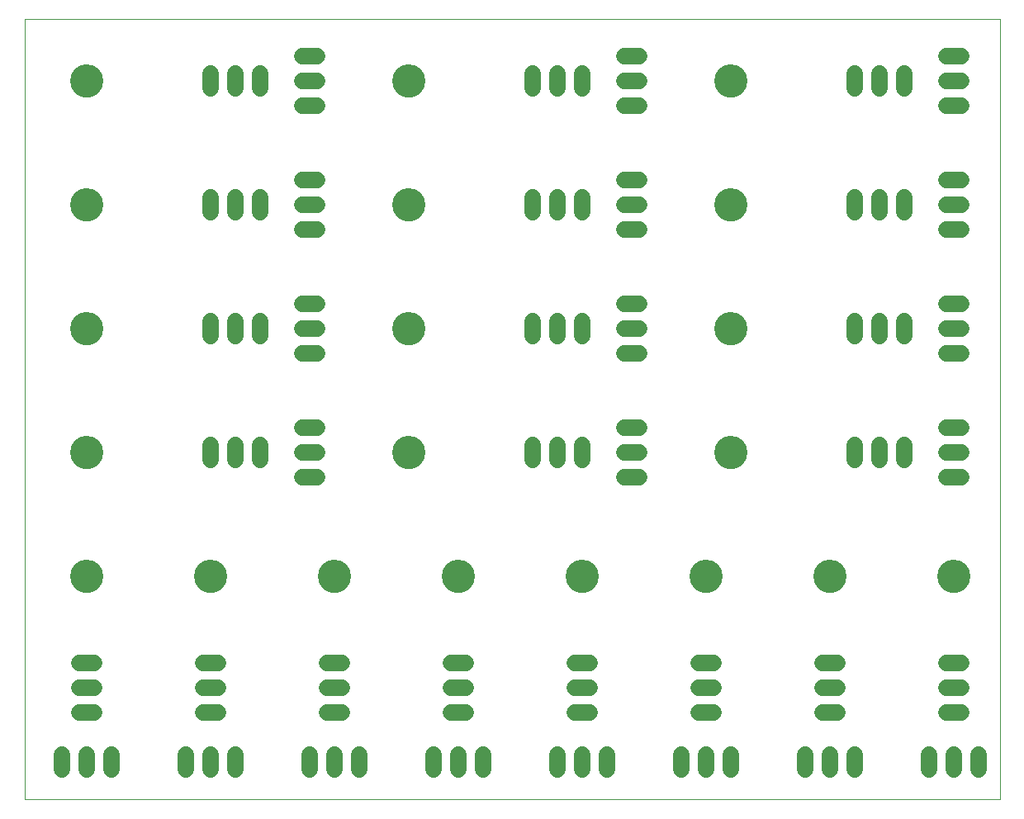
<source format=gbs>
G75*
%MOIN*%
%OFA0B0*%
%FSLAX25Y25*%
%IPPOS*%
%LPD*%
%AMOC8*
5,1,8,0,0,1.08239X$1,22.5*
%
%ADD10C,0.00000*%
%ADD11C,0.06800*%
%ADD12C,0.13398*%
D10*
X0002600Y0002600D02*
X0002600Y0317561D01*
X0396301Y0317561D01*
X0396301Y0002600D01*
X0002600Y0002600D01*
X0021301Y0092600D02*
X0021303Y0092758D01*
X0021309Y0092916D01*
X0021319Y0093074D01*
X0021333Y0093232D01*
X0021351Y0093389D01*
X0021372Y0093546D01*
X0021398Y0093702D01*
X0021428Y0093858D01*
X0021461Y0094013D01*
X0021499Y0094166D01*
X0021540Y0094319D01*
X0021585Y0094471D01*
X0021634Y0094622D01*
X0021687Y0094771D01*
X0021743Y0094919D01*
X0021803Y0095065D01*
X0021867Y0095210D01*
X0021935Y0095353D01*
X0022006Y0095495D01*
X0022080Y0095635D01*
X0022158Y0095772D01*
X0022240Y0095908D01*
X0022324Y0096042D01*
X0022413Y0096173D01*
X0022504Y0096302D01*
X0022599Y0096429D01*
X0022696Y0096554D01*
X0022797Y0096676D01*
X0022901Y0096795D01*
X0023008Y0096912D01*
X0023118Y0097026D01*
X0023231Y0097137D01*
X0023346Y0097246D01*
X0023464Y0097351D01*
X0023585Y0097453D01*
X0023708Y0097553D01*
X0023834Y0097649D01*
X0023962Y0097742D01*
X0024092Y0097832D01*
X0024225Y0097918D01*
X0024360Y0098002D01*
X0024496Y0098081D01*
X0024635Y0098158D01*
X0024776Y0098230D01*
X0024918Y0098300D01*
X0025062Y0098365D01*
X0025208Y0098427D01*
X0025355Y0098485D01*
X0025504Y0098540D01*
X0025654Y0098591D01*
X0025805Y0098638D01*
X0025957Y0098681D01*
X0026110Y0098720D01*
X0026265Y0098756D01*
X0026420Y0098787D01*
X0026576Y0098815D01*
X0026732Y0098839D01*
X0026889Y0098859D01*
X0027047Y0098875D01*
X0027204Y0098887D01*
X0027363Y0098895D01*
X0027521Y0098899D01*
X0027679Y0098899D01*
X0027837Y0098895D01*
X0027996Y0098887D01*
X0028153Y0098875D01*
X0028311Y0098859D01*
X0028468Y0098839D01*
X0028624Y0098815D01*
X0028780Y0098787D01*
X0028935Y0098756D01*
X0029090Y0098720D01*
X0029243Y0098681D01*
X0029395Y0098638D01*
X0029546Y0098591D01*
X0029696Y0098540D01*
X0029845Y0098485D01*
X0029992Y0098427D01*
X0030138Y0098365D01*
X0030282Y0098300D01*
X0030424Y0098230D01*
X0030565Y0098158D01*
X0030704Y0098081D01*
X0030840Y0098002D01*
X0030975Y0097918D01*
X0031108Y0097832D01*
X0031238Y0097742D01*
X0031366Y0097649D01*
X0031492Y0097553D01*
X0031615Y0097453D01*
X0031736Y0097351D01*
X0031854Y0097246D01*
X0031969Y0097137D01*
X0032082Y0097026D01*
X0032192Y0096912D01*
X0032299Y0096795D01*
X0032403Y0096676D01*
X0032504Y0096554D01*
X0032601Y0096429D01*
X0032696Y0096302D01*
X0032787Y0096173D01*
X0032876Y0096042D01*
X0032960Y0095908D01*
X0033042Y0095772D01*
X0033120Y0095635D01*
X0033194Y0095495D01*
X0033265Y0095353D01*
X0033333Y0095210D01*
X0033397Y0095065D01*
X0033457Y0094919D01*
X0033513Y0094771D01*
X0033566Y0094622D01*
X0033615Y0094471D01*
X0033660Y0094319D01*
X0033701Y0094166D01*
X0033739Y0094013D01*
X0033772Y0093858D01*
X0033802Y0093702D01*
X0033828Y0093546D01*
X0033849Y0093389D01*
X0033867Y0093232D01*
X0033881Y0093074D01*
X0033891Y0092916D01*
X0033897Y0092758D01*
X0033899Y0092600D01*
X0033897Y0092442D01*
X0033891Y0092284D01*
X0033881Y0092126D01*
X0033867Y0091968D01*
X0033849Y0091811D01*
X0033828Y0091654D01*
X0033802Y0091498D01*
X0033772Y0091342D01*
X0033739Y0091187D01*
X0033701Y0091034D01*
X0033660Y0090881D01*
X0033615Y0090729D01*
X0033566Y0090578D01*
X0033513Y0090429D01*
X0033457Y0090281D01*
X0033397Y0090135D01*
X0033333Y0089990D01*
X0033265Y0089847D01*
X0033194Y0089705D01*
X0033120Y0089565D01*
X0033042Y0089428D01*
X0032960Y0089292D01*
X0032876Y0089158D01*
X0032787Y0089027D01*
X0032696Y0088898D01*
X0032601Y0088771D01*
X0032504Y0088646D01*
X0032403Y0088524D01*
X0032299Y0088405D01*
X0032192Y0088288D01*
X0032082Y0088174D01*
X0031969Y0088063D01*
X0031854Y0087954D01*
X0031736Y0087849D01*
X0031615Y0087747D01*
X0031492Y0087647D01*
X0031366Y0087551D01*
X0031238Y0087458D01*
X0031108Y0087368D01*
X0030975Y0087282D01*
X0030840Y0087198D01*
X0030704Y0087119D01*
X0030565Y0087042D01*
X0030424Y0086970D01*
X0030282Y0086900D01*
X0030138Y0086835D01*
X0029992Y0086773D01*
X0029845Y0086715D01*
X0029696Y0086660D01*
X0029546Y0086609D01*
X0029395Y0086562D01*
X0029243Y0086519D01*
X0029090Y0086480D01*
X0028935Y0086444D01*
X0028780Y0086413D01*
X0028624Y0086385D01*
X0028468Y0086361D01*
X0028311Y0086341D01*
X0028153Y0086325D01*
X0027996Y0086313D01*
X0027837Y0086305D01*
X0027679Y0086301D01*
X0027521Y0086301D01*
X0027363Y0086305D01*
X0027204Y0086313D01*
X0027047Y0086325D01*
X0026889Y0086341D01*
X0026732Y0086361D01*
X0026576Y0086385D01*
X0026420Y0086413D01*
X0026265Y0086444D01*
X0026110Y0086480D01*
X0025957Y0086519D01*
X0025805Y0086562D01*
X0025654Y0086609D01*
X0025504Y0086660D01*
X0025355Y0086715D01*
X0025208Y0086773D01*
X0025062Y0086835D01*
X0024918Y0086900D01*
X0024776Y0086970D01*
X0024635Y0087042D01*
X0024496Y0087119D01*
X0024360Y0087198D01*
X0024225Y0087282D01*
X0024092Y0087368D01*
X0023962Y0087458D01*
X0023834Y0087551D01*
X0023708Y0087647D01*
X0023585Y0087747D01*
X0023464Y0087849D01*
X0023346Y0087954D01*
X0023231Y0088063D01*
X0023118Y0088174D01*
X0023008Y0088288D01*
X0022901Y0088405D01*
X0022797Y0088524D01*
X0022696Y0088646D01*
X0022599Y0088771D01*
X0022504Y0088898D01*
X0022413Y0089027D01*
X0022324Y0089158D01*
X0022240Y0089292D01*
X0022158Y0089428D01*
X0022080Y0089565D01*
X0022006Y0089705D01*
X0021935Y0089847D01*
X0021867Y0089990D01*
X0021803Y0090135D01*
X0021743Y0090281D01*
X0021687Y0090429D01*
X0021634Y0090578D01*
X0021585Y0090729D01*
X0021540Y0090881D01*
X0021499Y0091034D01*
X0021461Y0091187D01*
X0021428Y0091342D01*
X0021398Y0091498D01*
X0021372Y0091654D01*
X0021351Y0091811D01*
X0021333Y0091968D01*
X0021319Y0092126D01*
X0021309Y0092284D01*
X0021303Y0092442D01*
X0021301Y0092600D01*
X0071301Y0092600D02*
X0071303Y0092758D01*
X0071309Y0092916D01*
X0071319Y0093074D01*
X0071333Y0093232D01*
X0071351Y0093389D01*
X0071372Y0093546D01*
X0071398Y0093702D01*
X0071428Y0093858D01*
X0071461Y0094013D01*
X0071499Y0094166D01*
X0071540Y0094319D01*
X0071585Y0094471D01*
X0071634Y0094622D01*
X0071687Y0094771D01*
X0071743Y0094919D01*
X0071803Y0095065D01*
X0071867Y0095210D01*
X0071935Y0095353D01*
X0072006Y0095495D01*
X0072080Y0095635D01*
X0072158Y0095772D01*
X0072240Y0095908D01*
X0072324Y0096042D01*
X0072413Y0096173D01*
X0072504Y0096302D01*
X0072599Y0096429D01*
X0072696Y0096554D01*
X0072797Y0096676D01*
X0072901Y0096795D01*
X0073008Y0096912D01*
X0073118Y0097026D01*
X0073231Y0097137D01*
X0073346Y0097246D01*
X0073464Y0097351D01*
X0073585Y0097453D01*
X0073708Y0097553D01*
X0073834Y0097649D01*
X0073962Y0097742D01*
X0074092Y0097832D01*
X0074225Y0097918D01*
X0074360Y0098002D01*
X0074496Y0098081D01*
X0074635Y0098158D01*
X0074776Y0098230D01*
X0074918Y0098300D01*
X0075062Y0098365D01*
X0075208Y0098427D01*
X0075355Y0098485D01*
X0075504Y0098540D01*
X0075654Y0098591D01*
X0075805Y0098638D01*
X0075957Y0098681D01*
X0076110Y0098720D01*
X0076265Y0098756D01*
X0076420Y0098787D01*
X0076576Y0098815D01*
X0076732Y0098839D01*
X0076889Y0098859D01*
X0077047Y0098875D01*
X0077204Y0098887D01*
X0077363Y0098895D01*
X0077521Y0098899D01*
X0077679Y0098899D01*
X0077837Y0098895D01*
X0077996Y0098887D01*
X0078153Y0098875D01*
X0078311Y0098859D01*
X0078468Y0098839D01*
X0078624Y0098815D01*
X0078780Y0098787D01*
X0078935Y0098756D01*
X0079090Y0098720D01*
X0079243Y0098681D01*
X0079395Y0098638D01*
X0079546Y0098591D01*
X0079696Y0098540D01*
X0079845Y0098485D01*
X0079992Y0098427D01*
X0080138Y0098365D01*
X0080282Y0098300D01*
X0080424Y0098230D01*
X0080565Y0098158D01*
X0080704Y0098081D01*
X0080840Y0098002D01*
X0080975Y0097918D01*
X0081108Y0097832D01*
X0081238Y0097742D01*
X0081366Y0097649D01*
X0081492Y0097553D01*
X0081615Y0097453D01*
X0081736Y0097351D01*
X0081854Y0097246D01*
X0081969Y0097137D01*
X0082082Y0097026D01*
X0082192Y0096912D01*
X0082299Y0096795D01*
X0082403Y0096676D01*
X0082504Y0096554D01*
X0082601Y0096429D01*
X0082696Y0096302D01*
X0082787Y0096173D01*
X0082876Y0096042D01*
X0082960Y0095908D01*
X0083042Y0095772D01*
X0083120Y0095635D01*
X0083194Y0095495D01*
X0083265Y0095353D01*
X0083333Y0095210D01*
X0083397Y0095065D01*
X0083457Y0094919D01*
X0083513Y0094771D01*
X0083566Y0094622D01*
X0083615Y0094471D01*
X0083660Y0094319D01*
X0083701Y0094166D01*
X0083739Y0094013D01*
X0083772Y0093858D01*
X0083802Y0093702D01*
X0083828Y0093546D01*
X0083849Y0093389D01*
X0083867Y0093232D01*
X0083881Y0093074D01*
X0083891Y0092916D01*
X0083897Y0092758D01*
X0083899Y0092600D01*
X0083897Y0092442D01*
X0083891Y0092284D01*
X0083881Y0092126D01*
X0083867Y0091968D01*
X0083849Y0091811D01*
X0083828Y0091654D01*
X0083802Y0091498D01*
X0083772Y0091342D01*
X0083739Y0091187D01*
X0083701Y0091034D01*
X0083660Y0090881D01*
X0083615Y0090729D01*
X0083566Y0090578D01*
X0083513Y0090429D01*
X0083457Y0090281D01*
X0083397Y0090135D01*
X0083333Y0089990D01*
X0083265Y0089847D01*
X0083194Y0089705D01*
X0083120Y0089565D01*
X0083042Y0089428D01*
X0082960Y0089292D01*
X0082876Y0089158D01*
X0082787Y0089027D01*
X0082696Y0088898D01*
X0082601Y0088771D01*
X0082504Y0088646D01*
X0082403Y0088524D01*
X0082299Y0088405D01*
X0082192Y0088288D01*
X0082082Y0088174D01*
X0081969Y0088063D01*
X0081854Y0087954D01*
X0081736Y0087849D01*
X0081615Y0087747D01*
X0081492Y0087647D01*
X0081366Y0087551D01*
X0081238Y0087458D01*
X0081108Y0087368D01*
X0080975Y0087282D01*
X0080840Y0087198D01*
X0080704Y0087119D01*
X0080565Y0087042D01*
X0080424Y0086970D01*
X0080282Y0086900D01*
X0080138Y0086835D01*
X0079992Y0086773D01*
X0079845Y0086715D01*
X0079696Y0086660D01*
X0079546Y0086609D01*
X0079395Y0086562D01*
X0079243Y0086519D01*
X0079090Y0086480D01*
X0078935Y0086444D01*
X0078780Y0086413D01*
X0078624Y0086385D01*
X0078468Y0086361D01*
X0078311Y0086341D01*
X0078153Y0086325D01*
X0077996Y0086313D01*
X0077837Y0086305D01*
X0077679Y0086301D01*
X0077521Y0086301D01*
X0077363Y0086305D01*
X0077204Y0086313D01*
X0077047Y0086325D01*
X0076889Y0086341D01*
X0076732Y0086361D01*
X0076576Y0086385D01*
X0076420Y0086413D01*
X0076265Y0086444D01*
X0076110Y0086480D01*
X0075957Y0086519D01*
X0075805Y0086562D01*
X0075654Y0086609D01*
X0075504Y0086660D01*
X0075355Y0086715D01*
X0075208Y0086773D01*
X0075062Y0086835D01*
X0074918Y0086900D01*
X0074776Y0086970D01*
X0074635Y0087042D01*
X0074496Y0087119D01*
X0074360Y0087198D01*
X0074225Y0087282D01*
X0074092Y0087368D01*
X0073962Y0087458D01*
X0073834Y0087551D01*
X0073708Y0087647D01*
X0073585Y0087747D01*
X0073464Y0087849D01*
X0073346Y0087954D01*
X0073231Y0088063D01*
X0073118Y0088174D01*
X0073008Y0088288D01*
X0072901Y0088405D01*
X0072797Y0088524D01*
X0072696Y0088646D01*
X0072599Y0088771D01*
X0072504Y0088898D01*
X0072413Y0089027D01*
X0072324Y0089158D01*
X0072240Y0089292D01*
X0072158Y0089428D01*
X0072080Y0089565D01*
X0072006Y0089705D01*
X0071935Y0089847D01*
X0071867Y0089990D01*
X0071803Y0090135D01*
X0071743Y0090281D01*
X0071687Y0090429D01*
X0071634Y0090578D01*
X0071585Y0090729D01*
X0071540Y0090881D01*
X0071499Y0091034D01*
X0071461Y0091187D01*
X0071428Y0091342D01*
X0071398Y0091498D01*
X0071372Y0091654D01*
X0071351Y0091811D01*
X0071333Y0091968D01*
X0071319Y0092126D01*
X0071309Y0092284D01*
X0071303Y0092442D01*
X0071301Y0092600D01*
X0121301Y0092600D02*
X0121303Y0092758D01*
X0121309Y0092916D01*
X0121319Y0093074D01*
X0121333Y0093232D01*
X0121351Y0093389D01*
X0121372Y0093546D01*
X0121398Y0093702D01*
X0121428Y0093858D01*
X0121461Y0094013D01*
X0121499Y0094166D01*
X0121540Y0094319D01*
X0121585Y0094471D01*
X0121634Y0094622D01*
X0121687Y0094771D01*
X0121743Y0094919D01*
X0121803Y0095065D01*
X0121867Y0095210D01*
X0121935Y0095353D01*
X0122006Y0095495D01*
X0122080Y0095635D01*
X0122158Y0095772D01*
X0122240Y0095908D01*
X0122324Y0096042D01*
X0122413Y0096173D01*
X0122504Y0096302D01*
X0122599Y0096429D01*
X0122696Y0096554D01*
X0122797Y0096676D01*
X0122901Y0096795D01*
X0123008Y0096912D01*
X0123118Y0097026D01*
X0123231Y0097137D01*
X0123346Y0097246D01*
X0123464Y0097351D01*
X0123585Y0097453D01*
X0123708Y0097553D01*
X0123834Y0097649D01*
X0123962Y0097742D01*
X0124092Y0097832D01*
X0124225Y0097918D01*
X0124360Y0098002D01*
X0124496Y0098081D01*
X0124635Y0098158D01*
X0124776Y0098230D01*
X0124918Y0098300D01*
X0125062Y0098365D01*
X0125208Y0098427D01*
X0125355Y0098485D01*
X0125504Y0098540D01*
X0125654Y0098591D01*
X0125805Y0098638D01*
X0125957Y0098681D01*
X0126110Y0098720D01*
X0126265Y0098756D01*
X0126420Y0098787D01*
X0126576Y0098815D01*
X0126732Y0098839D01*
X0126889Y0098859D01*
X0127047Y0098875D01*
X0127204Y0098887D01*
X0127363Y0098895D01*
X0127521Y0098899D01*
X0127679Y0098899D01*
X0127837Y0098895D01*
X0127996Y0098887D01*
X0128153Y0098875D01*
X0128311Y0098859D01*
X0128468Y0098839D01*
X0128624Y0098815D01*
X0128780Y0098787D01*
X0128935Y0098756D01*
X0129090Y0098720D01*
X0129243Y0098681D01*
X0129395Y0098638D01*
X0129546Y0098591D01*
X0129696Y0098540D01*
X0129845Y0098485D01*
X0129992Y0098427D01*
X0130138Y0098365D01*
X0130282Y0098300D01*
X0130424Y0098230D01*
X0130565Y0098158D01*
X0130704Y0098081D01*
X0130840Y0098002D01*
X0130975Y0097918D01*
X0131108Y0097832D01*
X0131238Y0097742D01*
X0131366Y0097649D01*
X0131492Y0097553D01*
X0131615Y0097453D01*
X0131736Y0097351D01*
X0131854Y0097246D01*
X0131969Y0097137D01*
X0132082Y0097026D01*
X0132192Y0096912D01*
X0132299Y0096795D01*
X0132403Y0096676D01*
X0132504Y0096554D01*
X0132601Y0096429D01*
X0132696Y0096302D01*
X0132787Y0096173D01*
X0132876Y0096042D01*
X0132960Y0095908D01*
X0133042Y0095772D01*
X0133120Y0095635D01*
X0133194Y0095495D01*
X0133265Y0095353D01*
X0133333Y0095210D01*
X0133397Y0095065D01*
X0133457Y0094919D01*
X0133513Y0094771D01*
X0133566Y0094622D01*
X0133615Y0094471D01*
X0133660Y0094319D01*
X0133701Y0094166D01*
X0133739Y0094013D01*
X0133772Y0093858D01*
X0133802Y0093702D01*
X0133828Y0093546D01*
X0133849Y0093389D01*
X0133867Y0093232D01*
X0133881Y0093074D01*
X0133891Y0092916D01*
X0133897Y0092758D01*
X0133899Y0092600D01*
X0133897Y0092442D01*
X0133891Y0092284D01*
X0133881Y0092126D01*
X0133867Y0091968D01*
X0133849Y0091811D01*
X0133828Y0091654D01*
X0133802Y0091498D01*
X0133772Y0091342D01*
X0133739Y0091187D01*
X0133701Y0091034D01*
X0133660Y0090881D01*
X0133615Y0090729D01*
X0133566Y0090578D01*
X0133513Y0090429D01*
X0133457Y0090281D01*
X0133397Y0090135D01*
X0133333Y0089990D01*
X0133265Y0089847D01*
X0133194Y0089705D01*
X0133120Y0089565D01*
X0133042Y0089428D01*
X0132960Y0089292D01*
X0132876Y0089158D01*
X0132787Y0089027D01*
X0132696Y0088898D01*
X0132601Y0088771D01*
X0132504Y0088646D01*
X0132403Y0088524D01*
X0132299Y0088405D01*
X0132192Y0088288D01*
X0132082Y0088174D01*
X0131969Y0088063D01*
X0131854Y0087954D01*
X0131736Y0087849D01*
X0131615Y0087747D01*
X0131492Y0087647D01*
X0131366Y0087551D01*
X0131238Y0087458D01*
X0131108Y0087368D01*
X0130975Y0087282D01*
X0130840Y0087198D01*
X0130704Y0087119D01*
X0130565Y0087042D01*
X0130424Y0086970D01*
X0130282Y0086900D01*
X0130138Y0086835D01*
X0129992Y0086773D01*
X0129845Y0086715D01*
X0129696Y0086660D01*
X0129546Y0086609D01*
X0129395Y0086562D01*
X0129243Y0086519D01*
X0129090Y0086480D01*
X0128935Y0086444D01*
X0128780Y0086413D01*
X0128624Y0086385D01*
X0128468Y0086361D01*
X0128311Y0086341D01*
X0128153Y0086325D01*
X0127996Y0086313D01*
X0127837Y0086305D01*
X0127679Y0086301D01*
X0127521Y0086301D01*
X0127363Y0086305D01*
X0127204Y0086313D01*
X0127047Y0086325D01*
X0126889Y0086341D01*
X0126732Y0086361D01*
X0126576Y0086385D01*
X0126420Y0086413D01*
X0126265Y0086444D01*
X0126110Y0086480D01*
X0125957Y0086519D01*
X0125805Y0086562D01*
X0125654Y0086609D01*
X0125504Y0086660D01*
X0125355Y0086715D01*
X0125208Y0086773D01*
X0125062Y0086835D01*
X0124918Y0086900D01*
X0124776Y0086970D01*
X0124635Y0087042D01*
X0124496Y0087119D01*
X0124360Y0087198D01*
X0124225Y0087282D01*
X0124092Y0087368D01*
X0123962Y0087458D01*
X0123834Y0087551D01*
X0123708Y0087647D01*
X0123585Y0087747D01*
X0123464Y0087849D01*
X0123346Y0087954D01*
X0123231Y0088063D01*
X0123118Y0088174D01*
X0123008Y0088288D01*
X0122901Y0088405D01*
X0122797Y0088524D01*
X0122696Y0088646D01*
X0122599Y0088771D01*
X0122504Y0088898D01*
X0122413Y0089027D01*
X0122324Y0089158D01*
X0122240Y0089292D01*
X0122158Y0089428D01*
X0122080Y0089565D01*
X0122006Y0089705D01*
X0121935Y0089847D01*
X0121867Y0089990D01*
X0121803Y0090135D01*
X0121743Y0090281D01*
X0121687Y0090429D01*
X0121634Y0090578D01*
X0121585Y0090729D01*
X0121540Y0090881D01*
X0121499Y0091034D01*
X0121461Y0091187D01*
X0121428Y0091342D01*
X0121398Y0091498D01*
X0121372Y0091654D01*
X0121351Y0091811D01*
X0121333Y0091968D01*
X0121319Y0092126D01*
X0121309Y0092284D01*
X0121303Y0092442D01*
X0121301Y0092600D01*
X0171301Y0092600D02*
X0171303Y0092758D01*
X0171309Y0092916D01*
X0171319Y0093074D01*
X0171333Y0093232D01*
X0171351Y0093389D01*
X0171372Y0093546D01*
X0171398Y0093702D01*
X0171428Y0093858D01*
X0171461Y0094013D01*
X0171499Y0094166D01*
X0171540Y0094319D01*
X0171585Y0094471D01*
X0171634Y0094622D01*
X0171687Y0094771D01*
X0171743Y0094919D01*
X0171803Y0095065D01*
X0171867Y0095210D01*
X0171935Y0095353D01*
X0172006Y0095495D01*
X0172080Y0095635D01*
X0172158Y0095772D01*
X0172240Y0095908D01*
X0172324Y0096042D01*
X0172413Y0096173D01*
X0172504Y0096302D01*
X0172599Y0096429D01*
X0172696Y0096554D01*
X0172797Y0096676D01*
X0172901Y0096795D01*
X0173008Y0096912D01*
X0173118Y0097026D01*
X0173231Y0097137D01*
X0173346Y0097246D01*
X0173464Y0097351D01*
X0173585Y0097453D01*
X0173708Y0097553D01*
X0173834Y0097649D01*
X0173962Y0097742D01*
X0174092Y0097832D01*
X0174225Y0097918D01*
X0174360Y0098002D01*
X0174496Y0098081D01*
X0174635Y0098158D01*
X0174776Y0098230D01*
X0174918Y0098300D01*
X0175062Y0098365D01*
X0175208Y0098427D01*
X0175355Y0098485D01*
X0175504Y0098540D01*
X0175654Y0098591D01*
X0175805Y0098638D01*
X0175957Y0098681D01*
X0176110Y0098720D01*
X0176265Y0098756D01*
X0176420Y0098787D01*
X0176576Y0098815D01*
X0176732Y0098839D01*
X0176889Y0098859D01*
X0177047Y0098875D01*
X0177204Y0098887D01*
X0177363Y0098895D01*
X0177521Y0098899D01*
X0177679Y0098899D01*
X0177837Y0098895D01*
X0177996Y0098887D01*
X0178153Y0098875D01*
X0178311Y0098859D01*
X0178468Y0098839D01*
X0178624Y0098815D01*
X0178780Y0098787D01*
X0178935Y0098756D01*
X0179090Y0098720D01*
X0179243Y0098681D01*
X0179395Y0098638D01*
X0179546Y0098591D01*
X0179696Y0098540D01*
X0179845Y0098485D01*
X0179992Y0098427D01*
X0180138Y0098365D01*
X0180282Y0098300D01*
X0180424Y0098230D01*
X0180565Y0098158D01*
X0180704Y0098081D01*
X0180840Y0098002D01*
X0180975Y0097918D01*
X0181108Y0097832D01*
X0181238Y0097742D01*
X0181366Y0097649D01*
X0181492Y0097553D01*
X0181615Y0097453D01*
X0181736Y0097351D01*
X0181854Y0097246D01*
X0181969Y0097137D01*
X0182082Y0097026D01*
X0182192Y0096912D01*
X0182299Y0096795D01*
X0182403Y0096676D01*
X0182504Y0096554D01*
X0182601Y0096429D01*
X0182696Y0096302D01*
X0182787Y0096173D01*
X0182876Y0096042D01*
X0182960Y0095908D01*
X0183042Y0095772D01*
X0183120Y0095635D01*
X0183194Y0095495D01*
X0183265Y0095353D01*
X0183333Y0095210D01*
X0183397Y0095065D01*
X0183457Y0094919D01*
X0183513Y0094771D01*
X0183566Y0094622D01*
X0183615Y0094471D01*
X0183660Y0094319D01*
X0183701Y0094166D01*
X0183739Y0094013D01*
X0183772Y0093858D01*
X0183802Y0093702D01*
X0183828Y0093546D01*
X0183849Y0093389D01*
X0183867Y0093232D01*
X0183881Y0093074D01*
X0183891Y0092916D01*
X0183897Y0092758D01*
X0183899Y0092600D01*
X0183897Y0092442D01*
X0183891Y0092284D01*
X0183881Y0092126D01*
X0183867Y0091968D01*
X0183849Y0091811D01*
X0183828Y0091654D01*
X0183802Y0091498D01*
X0183772Y0091342D01*
X0183739Y0091187D01*
X0183701Y0091034D01*
X0183660Y0090881D01*
X0183615Y0090729D01*
X0183566Y0090578D01*
X0183513Y0090429D01*
X0183457Y0090281D01*
X0183397Y0090135D01*
X0183333Y0089990D01*
X0183265Y0089847D01*
X0183194Y0089705D01*
X0183120Y0089565D01*
X0183042Y0089428D01*
X0182960Y0089292D01*
X0182876Y0089158D01*
X0182787Y0089027D01*
X0182696Y0088898D01*
X0182601Y0088771D01*
X0182504Y0088646D01*
X0182403Y0088524D01*
X0182299Y0088405D01*
X0182192Y0088288D01*
X0182082Y0088174D01*
X0181969Y0088063D01*
X0181854Y0087954D01*
X0181736Y0087849D01*
X0181615Y0087747D01*
X0181492Y0087647D01*
X0181366Y0087551D01*
X0181238Y0087458D01*
X0181108Y0087368D01*
X0180975Y0087282D01*
X0180840Y0087198D01*
X0180704Y0087119D01*
X0180565Y0087042D01*
X0180424Y0086970D01*
X0180282Y0086900D01*
X0180138Y0086835D01*
X0179992Y0086773D01*
X0179845Y0086715D01*
X0179696Y0086660D01*
X0179546Y0086609D01*
X0179395Y0086562D01*
X0179243Y0086519D01*
X0179090Y0086480D01*
X0178935Y0086444D01*
X0178780Y0086413D01*
X0178624Y0086385D01*
X0178468Y0086361D01*
X0178311Y0086341D01*
X0178153Y0086325D01*
X0177996Y0086313D01*
X0177837Y0086305D01*
X0177679Y0086301D01*
X0177521Y0086301D01*
X0177363Y0086305D01*
X0177204Y0086313D01*
X0177047Y0086325D01*
X0176889Y0086341D01*
X0176732Y0086361D01*
X0176576Y0086385D01*
X0176420Y0086413D01*
X0176265Y0086444D01*
X0176110Y0086480D01*
X0175957Y0086519D01*
X0175805Y0086562D01*
X0175654Y0086609D01*
X0175504Y0086660D01*
X0175355Y0086715D01*
X0175208Y0086773D01*
X0175062Y0086835D01*
X0174918Y0086900D01*
X0174776Y0086970D01*
X0174635Y0087042D01*
X0174496Y0087119D01*
X0174360Y0087198D01*
X0174225Y0087282D01*
X0174092Y0087368D01*
X0173962Y0087458D01*
X0173834Y0087551D01*
X0173708Y0087647D01*
X0173585Y0087747D01*
X0173464Y0087849D01*
X0173346Y0087954D01*
X0173231Y0088063D01*
X0173118Y0088174D01*
X0173008Y0088288D01*
X0172901Y0088405D01*
X0172797Y0088524D01*
X0172696Y0088646D01*
X0172599Y0088771D01*
X0172504Y0088898D01*
X0172413Y0089027D01*
X0172324Y0089158D01*
X0172240Y0089292D01*
X0172158Y0089428D01*
X0172080Y0089565D01*
X0172006Y0089705D01*
X0171935Y0089847D01*
X0171867Y0089990D01*
X0171803Y0090135D01*
X0171743Y0090281D01*
X0171687Y0090429D01*
X0171634Y0090578D01*
X0171585Y0090729D01*
X0171540Y0090881D01*
X0171499Y0091034D01*
X0171461Y0091187D01*
X0171428Y0091342D01*
X0171398Y0091498D01*
X0171372Y0091654D01*
X0171351Y0091811D01*
X0171333Y0091968D01*
X0171319Y0092126D01*
X0171309Y0092284D01*
X0171303Y0092442D01*
X0171301Y0092600D01*
X0221301Y0092600D02*
X0221303Y0092758D01*
X0221309Y0092916D01*
X0221319Y0093074D01*
X0221333Y0093232D01*
X0221351Y0093389D01*
X0221372Y0093546D01*
X0221398Y0093702D01*
X0221428Y0093858D01*
X0221461Y0094013D01*
X0221499Y0094166D01*
X0221540Y0094319D01*
X0221585Y0094471D01*
X0221634Y0094622D01*
X0221687Y0094771D01*
X0221743Y0094919D01*
X0221803Y0095065D01*
X0221867Y0095210D01*
X0221935Y0095353D01*
X0222006Y0095495D01*
X0222080Y0095635D01*
X0222158Y0095772D01*
X0222240Y0095908D01*
X0222324Y0096042D01*
X0222413Y0096173D01*
X0222504Y0096302D01*
X0222599Y0096429D01*
X0222696Y0096554D01*
X0222797Y0096676D01*
X0222901Y0096795D01*
X0223008Y0096912D01*
X0223118Y0097026D01*
X0223231Y0097137D01*
X0223346Y0097246D01*
X0223464Y0097351D01*
X0223585Y0097453D01*
X0223708Y0097553D01*
X0223834Y0097649D01*
X0223962Y0097742D01*
X0224092Y0097832D01*
X0224225Y0097918D01*
X0224360Y0098002D01*
X0224496Y0098081D01*
X0224635Y0098158D01*
X0224776Y0098230D01*
X0224918Y0098300D01*
X0225062Y0098365D01*
X0225208Y0098427D01*
X0225355Y0098485D01*
X0225504Y0098540D01*
X0225654Y0098591D01*
X0225805Y0098638D01*
X0225957Y0098681D01*
X0226110Y0098720D01*
X0226265Y0098756D01*
X0226420Y0098787D01*
X0226576Y0098815D01*
X0226732Y0098839D01*
X0226889Y0098859D01*
X0227047Y0098875D01*
X0227204Y0098887D01*
X0227363Y0098895D01*
X0227521Y0098899D01*
X0227679Y0098899D01*
X0227837Y0098895D01*
X0227996Y0098887D01*
X0228153Y0098875D01*
X0228311Y0098859D01*
X0228468Y0098839D01*
X0228624Y0098815D01*
X0228780Y0098787D01*
X0228935Y0098756D01*
X0229090Y0098720D01*
X0229243Y0098681D01*
X0229395Y0098638D01*
X0229546Y0098591D01*
X0229696Y0098540D01*
X0229845Y0098485D01*
X0229992Y0098427D01*
X0230138Y0098365D01*
X0230282Y0098300D01*
X0230424Y0098230D01*
X0230565Y0098158D01*
X0230704Y0098081D01*
X0230840Y0098002D01*
X0230975Y0097918D01*
X0231108Y0097832D01*
X0231238Y0097742D01*
X0231366Y0097649D01*
X0231492Y0097553D01*
X0231615Y0097453D01*
X0231736Y0097351D01*
X0231854Y0097246D01*
X0231969Y0097137D01*
X0232082Y0097026D01*
X0232192Y0096912D01*
X0232299Y0096795D01*
X0232403Y0096676D01*
X0232504Y0096554D01*
X0232601Y0096429D01*
X0232696Y0096302D01*
X0232787Y0096173D01*
X0232876Y0096042D01*
X0232960Y0095908D01*
X0233042Y0095772D01*
X0233120Y0095635D01*
X0233194Y0095495D01*
X0233265Y0095353D01*
X0233333Y0095210D01*
X0233397Y0095065D01*
X0233457Y0094919D01*
X0233513Y0094771D01*
X0233566Y0094622D01*
X0233615Y0094471D01*
X0233660Y0094319D01*
X0233701Y0094166D01*
X0233739Y0094013D01*
X0233772Y0093858D01*
X0233802Y0093702D01*
X0233828Y0093546D01*
X0233849Y0093389D01*
X0233867Y0093232D01*
X0233881Y0093074D01*
X0233891Y0092916D01*
X0233897Y0092758D01*
X0233899Y0092600D01*
X0233897Y0092442D01*
X0233891Y0092284D01*
X0233881Y0092126D01*
X0233867Y0091968D01*
X0233849Y0091811D01*
X0233828Y0091654D01*
X0233802Y0091498D01*
X0233772Y0091342D01*
X0233739Y0091187D01*
X0233701Y0091034D01*
X0233660Y0090881D01*
X0233615Y0090729D01*
X0233566Y0090578D01*
X0233513Y0090429D01*
X0233457Y0090281D01*
X0233397Y0090135D01*
X0233333Y0089990D01*
X0233265Y0089847D01*
X0233194Y0089705D01*
X0233120Y0089565D01*
X0233042Y0089428D01*
X0232960Y0089292D01*
X0232876Y0089158D01*
X0232787Y0089027D01*
X0232696Y0088898D01*
X0232601Y0088771D01*
X0232504Y0088646D01*
X0232403Y0088524D01*
X0232299Y0088405D01*
X0232192Y0088288D01*
X0232082Y0088174D01*
X0231969Y0088063D01*
X0231854Y0087954D01*
X0231736Y0087849D01*
X0231615Y0087747D01*
X0231492Y0087647D01*
X0231366Y0087551D01*
X0231238Y0087458D01*
X0231108Y0087368D01*
X0230975Y0087282D01*
X0230840Y0087198D01*
X0230704Y0087119D01*
X0230565Y0087042D01*
X0230424Y0086970D01*
X0230282Y0086900D01*
X0230138Y0086835D01*
X0229992Y0086773D01*
X0229845Y0086715D01*
X0229696Y0086660D01*
X0229546Y0086609D01*
X0229395Y0086562D01*
X0229243Y0086519D01*
X0229090Y0086480D01*
X0228935Y0086444D01*
X0228780Y0086413D01*
X0228624Y0086385D01*
X0228468Y0086361D01*
X0228311Y0086341D01*
X0228153Y0086325D01*
X0227996Y0086313D01*
X0227837Y0086305D01*
X0227679Y0086301D01*
X0227521Y0086301D01*
X0227363Y0086305D01*
X0227204Y0086313D01*
X0227047Y0086325D01*
X0226889Y0086341D01*
X0226732Y0086361D01*
X0226576Y0086385D01*
X0226420Y0086413D01*
X0226265Y0086444D01*
X0226110Y0086480D01*
X0225957Y0086519D01*
X0225805Y0086562D01*
X0225654Y0086609D01*
X0225504Y0086660D01*
X0225355Y0086715D01*
X0225208Y0086773D01*
X0225062Y0086835D01*
X0224918Y0086900D01*
X0224776Y0086970D01*
X0224635Y0087042D01*
X0224496Y0087119D01*
X0224360Y0087198D01*
X0224225Y0087282D01*
X0224092Y0087368D01*
X0223962Y0087458D01*
X0223834Y0087551D01*
X0223708Y0087647D01*
X0223585Y0087747D01*
X0223464Y0087849D01*
X0223346Y0087954D01*
X0223231Y0088063D01*
X0223118Y0088174D01*
X0223008Y0088288D01*
X0222901Y0088405D01*
X0222797Y0088524D01*
X0222696Y0088646D01*
X0222599Y0088771D01*
X0222504Y0088898D01*
X0222413Y0089027D01*
X0222324Y0089158D01*
X0222240Y0089292D01*
X0222158Y0089428D01*
X0222080Y0089565D01*
X0222006Y0089705D01*
X0221935Y0089847D01*
X0221867Y0089990D01*
X0221803Y0090135D01*
X0221743Y0090281D01*
X0221687Y0090429D01*
X0221634Y0090578D01*
X0221585Y0090729D01*
X0221540Y0090881D01*
X0221499Y0091034D01*
X0221461Y0091187D01*
X0221428Y0091342D01*
X0221398Y0091498D01*
X0221372Y0091654D01*
X0221351Y0091811D01*
X0221333Y0091968D01*
X0221319Y0092126D01*
X0221309Y0092284D01*
X0221303Y0092442D01*
X0221301Y0092600D01*
X0271301Y0092600D02*
X0271303Y0092758D01*
X0271309Y0092916D01*
X0271319Y0093074D01*
X0271333Y0093232D01*
X0271351Y0093389D01*
X0271372Y0093546D01*
X0271398Y0093702D01*
X0271428Y0093858D01*
X0271461Y0094013D01*
X0271499Y0094166D01*
X0271540Y0094319D01*
X0271585Y0094471D01*
X0271634Y0094622D01*
X0271687Y0094771D01*
X0271743Y0094919D01*
X0271803Y0095065D01*
X0271867Y0095210D01*
X0271935Y0095353D01*
X0272006Y0095495D01*
X0272080Y0095635D01*
X0272158Y0095772D01*
X0272240Y0095908D01*
X0272324Y0096042D01*
X0272413Y0096173D01*
X0272504Y0096302D01*
X0272599Y0096429D01*
X0272696Y0096554D01*
X0272797Y0096676D01*
X0272901Y0096795D01*
X0273008Y0096912D01*
X0273118Y0097026D01*
X0273231Y0097137D01*
X0273346Y0097246D01*
X0273464Y0097351D01*
X0273585Y0097453D01*
X0273708Y0097553D01*
X0273834Y0097649D01*
X0273962Y0097742D01*
X0274092Y0097832D01*
X0274225Y0097918D01*
X0274360Y0098002D01*
X0274496Y0098081D01*
X0274635Y0098158D01*
X0274776Y0098230D01*
X0274918Y0098300D01*
X0275062Y0098365D01*
X0275208Y0098427D01*
X0275355Y0098485D01*
X0275504Y0098540D01*
X0275654Y0098591D01*
X0275805Y0098638D01*
X0275957Y0098681D01*
X0276110Y0098720D01*
X0276265Y0098756D01*
X0276420Y0098787D01*
X0276576Y0098815D01*
X0276732Y0098839D01*
X0276889Y0098859D01*
X0277047Y0098875D01*
X0277204Y0098887D01*
X0277363Y0098895D01*
X0277521Y0098899D01*
X0277679Y0098899D01*
X0277837Y0098895D01*
X0277996Y0098887D01*
X0278153Y0098875D01*
X0278311Y0098859D01*
X0278468Y0098839D01*
X0278624Y0098815D01*
X0278780Y0098787D01*
X0278935Y0098756D01*
X0279090Y0098720D01*
X0279243Y0098681D01*
X0279395Y0098638D01*
X0279546Y0098591D01*
X0279696Y0098540D01*
X0279845Y0098485D01*
X0279992Y0098427D01*
X0280138Y0098365D01*
X0280282Y0098300D01*
X0280424Y0098230D01*
X0280565Y0098158D01*
X0280704Y0098081D01*
X0280840Y0098002D01*
X0280975Y0097918D01*
X0281108Y0097832D01*
X0281238Y0097742D01*
X0281366Y0097649D01*
X0281492Y0097553D01*
X0281615Y0097453D01*
X0281736Y0097351D01*
X0281854Y0097246D01*
X0281969Y0097137D01*
X0282082Y0097026D01*
X0282192Y0096912D01*
X0282299Y0096795D01*
X0282403Y0096676D01*
X0282504Y0096554D01*
X0282601Y0096429D01*
X0282696Y0096302D01*
X0282787Y0096173D01*
X0282876Y0096042D01*
X0282960Y0095908D01*
X0283042Y0095772D01*
X0283120Y0095635D01*
X0283194Y0095495D01*
X0283265Y0095353D01*
X0283333Y0095210D01*
X0283397Y0095065D01*
X0283457Y0094919D01*
X0283513Y0094771D01*
X0283566Y0094622D01*
X0283615Y0094471D01*
X0283660Y0094319D01*
X0283701Y0094166D01*
X0283739Y0094013D01*
X0283772Y0093858D01*
X0283802Y0093702D01*
X0283828Y0093546D01*
X0283849Y0093389D01*
X0283867Y0093232D01*
X0283881Y0093074D01*
X0283891Y0092916D01*
X0283897Y0092758D01*
X0283899Y0092600D01*
X0283897Y0092442D01*
X0283891Y0092284D01*
X0283881Y0092126D01*
X0283867Y0091968D01*
X0283849Y0091811D01*
X0283828Y0091654D01*
X0283802Y0091498D01*
X0283772Y0091342D01*
X0283739Y0091187D01*
X0283701Y0091034D01*
X0283660Y0090881D01*
X0283615Y0090729D01*
X0283566Y0090578D01*
X0283513Y0090429D01*
X0283457Y0090281D01*
X0283397Y0090135D01*
X0283333Y0089990D01*
X0283265Y0089847D01*
X0283194Y0089705D01*
X0283120Y0089565D01*
X0283042Y0089428D01*
X0282960Y0089292D01*
X0282876Y0089158D01*
X0282787Y0089027D01*
X0282696Y0088898D01*
X0282601Y0088771D01*
X0282504Y0088646D01*
X0282403Y0088524D01*
X0282299Y0088405D01*
X0282192Y0088288D01*
X0282082Y0088174D01*
X0281969Y0088063D01*
X0281854Y0087954D01*
X0281736Y0087849D01*
X0281615Y0087747D01*
X0281492Y0087647D01*
X0281366Y0087551D01*
X0281238Y0087458D01*
X0281108Y0087368D01*
X0280975Y0087282D01*
X0280840Y0087198D01*
X0280704Y0087119D01*
X0280565Y0087042D01*
X0280424Y0086970D01*
X0280282Y0086900D01*
X0280138Y0086835D01*
X0279992Y0086773D01*
X0279845Y0086715D01*
X0279696Y0086660D01*
X0279546Y0086609D01*
X0279395Y0086562D01*
X0279243Y0086519D01*
X0279090Y0086480D01*
X0278935Y0086444D01*
X0278780Y0086413D01*
X0278624Y0086385D01*
X0278468Y0086361D01*
X0278311Y0086341D01*
X0278153Y0086325D01*
X0277996Y0086313D01*
X0277837Y0086305D01*
X0277679Y0086301D01*
X0277521Y0086301D01*
X0277363Y0086305D01*
X0277204Y0086313D01*
X0277047Y0086325D01*
X0276889Y0086341D01*
X0276732Y0086361D01*
X0276576Y0086385D01*
X0276420Y0086413D01*
X0276265Y0086444D01*
X0276110Y0086480D01*
X0275957Y0086519D01*
X0275805Y0086562D01*
X0275654Y0086609D01*
X0275504Y0086660D01*
X0275355Y0086715D01*
X0275208Y0086773D01*
X0275062Y0086835D01*
X0274918Y0086900D01*
X0274776Y0086970D01*
X0274635Y0087042D01*
X0274496Y0087119D01*
X0274360Y0087198D01*
X0274225Y0087282D01*
X0274092Y0087368D01*
X0273962Y0087458D01*
X0273834Y0087551D01*
X0273708Y0087647D01*
X0273585Y0087747D01*
X0273464Y0087849D01*
X0273346Y0087954D01*
X0273231Y0088063D01*
X0273118Y0088174D01*
X0273008Y0088288D01*
X0272901Y0088405D01*
X0272797Y0088524D01*
X0272696Y0088646D01*
X0272599Y0088771D01*
X0272504Y0088898D01*
X0272413Y0089027D01*
X0272324Y0089158D01*
X0272240Y0089292D01*
X0272158Y0089428D01*
X0272080Y0089565D01*
X0272006Y0089705D01*
X0271935Y0089847D01*
X0271867Y0089990D01*
X0271803Y0090135D01*
X0271743Y0090281D01*
X0271687Y0090429D01*
X0271634Y0090578D01*
X0271585Y0090729D01*
X0271540Y0090881D01*
X0271499Y0091034D01*
X0271461Y0091187D01*
X0271428Y0091342D01*
X0271398Y0091498D01*
X0271372Y0091654D01*
X0271351Y0091811D01*
X0271333Y0091968D01*
X0271319Y0092126D01*
X0271309Y0092284D01*
X0271303Y0092442D01*
X0271301Y0092600D01*
X0321301Y0092600D02*
X0321303Y0092758D01*
X0321309Y0092916D01*
X0321319Y0093074D01*
X0321333Y0093232D01*
X0321351Y0093389D01*
X0321372Y0093546D01*
X0321398Y0093702D01*
X0321428Y0093858D01*
X0321461Y0094013D01*
X0321499Y0094166D01*
X0321540Y0094319D01*
X0321585Y0094471D01*
X0321634Y0094622D01*
X0321687Y0094771D01*
X0321743Y0094919D01*
X0321803Y0095065D01*
X0321867Y0095210D01*
X0321935Y0095353D01*
X0322006Y0095495D01*
X0322080Y0095635D01*
X0322158Y0095772D01*
X0322240Y0095908D01*
X0322324Y0096042D01*
X0322413Y0096173D01*
X0322504Y0096302D01*
X0322599Y0096429D01*
X0322696Y0096554D01*
X0322797Y0096676D01*
X0322901Y0096795D01*
X0323008Y0096912D01*
X0323118Y0097026D01*
X0323231Y0097137D01*
X0323346Y0097246D01*
X0323464Y0097351D01*
X0323585Y0097453D01*
X0323708Y0097553D01*
X0323834Y0097649D01*
X0323962Y0097742D01*
X0324092Y0097832D01*
X0324225Y0097918D01*
X0324360Y0098002D01*
X0324496Y0098081D01*
X0324635Y0098158D01*
X0324776Y0098230D01*
X0324918Y0098300D01*
X0325062Y0098365D01*
X0325208Y0098427D01*
X0325355Y0098485D01*
X0325504Y0098540D01*
X0325654Y0098591D01*
X0325805Y0098638D01*
X0325957Y0098681D01*
X0326110Y0098720D01*
X0326265Y0098756D01*
X0326420Y0098787D01*
X0326576Y0098815D01*
X0326732Y0098839D01*
X0326889Y0098859D01*
X0327047Y0098875D01*
X0327204Y0098887D01*
X0327363Y0098895D01*
X0327521Y0098899D01*
X0327679Y0098899D01*
X0327837Y0098895D01*
X0327996Y0098887D01*
X0328153Y0098875D01*
X0328311Y0098859D01*
X0328468Y0098839D01*
X0328624Y0098815D01*
X0328780Y0098787D01*
X0328935Y0098756D01*
X0329090Y0098720D01*
X0329243Y0098681D01*
X0329395Y0098638D01*
X0329546Y0098591D01*
X0329696Y0098540D01*
X0329845Y0098485D01*
X0329992Y0098427D01*
X0330138Y0098365D01*
X0330282Y0098300D01*
X0330424Y0098230D01*
X0330565Y0098158D01*
X0330704Y0098081D01*
X0330840Y0098002D01*
X0330975Y0097918D01*
X0331108Y0097832D01*
X0331238Y0097742D01*
X0331366Y0097649D01*
X0331492Y0097553D01*
X0331615Y0097453D01*
X0331736Y0097351D01*
X0331854Y0097246D01*
X0331969Y0097137D01*
X0332082Y0097026D01*
X0332192Y0096912D01*
X0332299Y0096795D01*
X0332403Y0096676D01*
X0332504Y0096554D01*
X0332601Y0096429D01*
X0332696Y0096302D01*
X0332787Y0096173D01*
X0332876Y0096042D01*
X0332960Y0095908D01*
X0333042Y0095772D01*
X0333120Y0095635D01*
X0333194Y0095495D01*
X0333265Y0095353D01*
X0333333Y0095210D01*
X0333397Y0095065D01*
X0333457Y0094919D01*
X0333513Y0094771D01*
X0333566Y0094622D01*
X0333615Y0094471D01*
X0333660Y0094319D01*
X0333701Y0094166D01*
X0333739Y0094013D01*
X0333772Y0093858D01*
X0333802Y0093702D01*
X0333828Y0093546D01*
X0333849Y0093389D01*
X0333867Y0093232D01*
X0333881Y0093074D01*
X0333891Y0092916D01*
X0333897Y0092758D01*
X0333899Y0092600D01*
X0333897Y0092442D01*
X0333891Y0092284D01*
X0333881Y0092126D01*
X0333867Y0091968D01*
X0333849Y0091811D01*
X0333828Y0091654D01*
X0333802Y0091498D01*
X0333772Y0091342D01*
X0333739Y0091187D01*
X0333701Y0091034D01*
X0333660Y0090881D01*
X0333615Y0090729D01*
X0333566Y0090578D01*
X0333513Y0090429D01*
X0333457Y0090281D01*
X0333397Y0090135D01*
X0333333Y0089990D01*
X0333265Y0089847D01*
X0333194Y0089705D01*
X0333120Y0089565D01*
X0333042Y0089428D01*
X0332960Y0089292D01*
X0332876Y0089158D01*
X0332787Y0089027D01*
X0332696Y0088898D01*
X0332601Y0088771D01*
X0332504Y0088646D01*
X0332403Y0088524D01*
X0332299Y0088405D01*
X0332192Y0088288D01*
X0332082Y0088174D01*
X0331969Y0088063D01*
X0331854Y0087954D01*
X0331736Y0087849D01*
X0331615Y0087747D01*
X0331492Y0087647D01*
X0331366Y0087551D01*
X0331238Y0087458D01*
X0331108Y0087368D01*
X0330975Y0087282D01*
X0330840Y0087198D01*
X0330704Y0087119D01*
X0330565Y0087042D01*
X0330424Y0086970D01*
X0330282Y0086900D01*
X0330138Y0086835D01*
X0329992Y0086773D01*
X0329845Y0086715D01*
X0329696Y0086660D01*
X0329546Y0086609D01*
X0329395Y0086562D01*
X0329243Y0086519D01*
X0329090Y0086480D01*
X0328935Y0086444D01*
X0328780Y0086413D01*
X0328624Y0086385D01*
X0328468Y0086361D01*
X0328311Y0086341D01*
X0328153Y0086325D01*
X0327996Y0086313D01*
X0327837Y0086305D01*
X0327679Y0086301D01*
X0327521Y0086301D01*
X0327363Y0086305D01*
X0327204Y0086313D01*
X0327047Y0086325D01*
X0326889Y0086341D01*
X0326732Y0086361D01*
X0326576Y0086385D01*
X0326420Y0086413D01*
X0326265Y0086444D01*
X0326110Y0086480D01*
X0325957Y0086519D01*
X0325805Y0086562D01*
X0325654Y0086609D01*
X0325504Y0086660D01*
X0325355Y0086715D01*
X0325208Y0086773D01*
X0325062Y0086835D01*
X0324918Y0086900D01*
X0324776Y0086970D01*
X0324635Y0087042D01*
X0324496Y0087119D01*
X0324360Y0087198D01*
X0324225Y0087282D01*
X0324092Y0087368D01*
X0323962Y0087458D01*
X0323834Y0087551D01*
X0323708Y0087647D01*
X0323585Y0087747D01*
X0323464Y0087849D01*
X0323346Y0087954D01*
X0323231Y0088063D01*
X0323118Y0088174D01*
X0323008Y0088288D01*
X0322901Y0088405D01*
X0322797Y0088524D01*
X0322696Y0088646D01*
X0322599Y0088771D01*
X0322504Y0088898D01*
X0322413Y0089027D01*
X0322324Y0089158D01*
X0322240Y0089292D01*
X0322158Y0089428D01*
X0322080Y0089565D01*
X0322006Y0089705D01*
X0321935Y0089847D01*
X0321867Y0089990D01*
X0321803Y0090135D01*
X0321743Y0090281D01*
X0321687Y0090429D01*
X0321634Y0090578D01*
X0321585Y0090729D01*
X0321540Y0090881D01*
X0321499Y0091034D01*
X0321461Y0091187D01*
X0321428Y0091342D01*
X0321398Y0091498D01*
X0321372Y0091654D01*
X0321351Y0091811D01*
X0321333Y0091968D01*
X0321319Y0092126D01*
X0321309Y0092284D01*
X0321303Y0092442D01*
X0321301Y0092600D01*
X0371301Y0092600D02*
X0371303Y0092758D01*
X0371309Y0092916D01*
X0371319Y0093074D01*
X0371333Y0093232D01*
X0371351Y0093389D01*
X0371372Y0093546D01*
X0371398Y0093702D01*
X0371428Y0093858D01*
X0371461Y0094013D01*
X0371499Y0094166D01*
X0371540Y0094319D01*
X0371585Y0094471D01*
X0371634Y0094622D01*
X0371687Y0094771D01*
X0371743Y0094919D01*
X0371803Y0095065D01*
X0371867Y0095210D01*
X0371935Y0095353D01*
X0372006Y0095495D01*
X0372080Y0095635D01*
X0372158Y0095772D01*
X0372240Y0095908D01*
X0372324Y0096042D01*
X0372413Y0096173D01*
X0372504Y0096302D01*
X0372599Y0096429D01*
X0372696Y0096554D01*
X0372797Y0096676D01*
X0372901Y0096795D01*
X0373008Y0096912D01*
X0373118Y0097026D01*
X0373231Y0097137D01*
X0373346Y0097246D01*
X0373464Y0097351D01*
X0373585Y0097453D01*
X0373708Y0097553D01*
X0373834Y0097649D01*
X0373962Y0097742D01*
X0374092Y0097832D01*
X0374225Y0097918D01*
X0374360Y0098002D01*
X0374496Y0098081D01*
X0374635Y0098158D01*
X0374776Y0098230D01*
X0374918Y0098300D01*
X0375062Y0098365D01*
X0375208Y0098427D01*
X0375355Y0098485D01*
X0375504Y0098540D01*
X0375654Y0098591D01*
X0375805Y0098638D01*
X0375957Y0098681D01*
X0376110Y0098720D01*
X0376265Y0098756D01*
X0376420Y0098787D01*
X0376576Y0098815D01*
X0376732Y0098839D01*
X0376889Y0098859D01*
X0377047Y0098875D01*
X0377204Y0098887D01*
X0377363Y0098895D01*
X0377521Y0098899D01*
X0377679Y0098899D01*
X0377837Y0098895D01*
X0377996Y0098887D01*
X0378153Y0098875D01*
X0378311Y0098859D01*
X0378468Y0098839D01*
X0378624Y0098815D01*
X0378780Y0098787D01*
X0378935Y0098756D01*
X0379090Y0098720D01*
X0379243Y0098681D01*
X0379395Y0098638D01*
X0379546Y0098591D01*
X0379696Y0098540D01*
X0379845Y0098485D01*
X0379992Y0098427D01*
X0380138Y0098365D01*
X0380282Y0098300D01*
X0380424Y0098230D01*
X0380565Y0098158D01*
X0380704Y0098081D01*
X0380840Y0098002D01*
X0380975Y0097918D01*
X0381108Y0097832D01*
X0381238Y0097742D01*
X0381366Y0097649D01*
X0381492Y0097553D01*
X0381615Y0097453D01*
X0381736Y0097351D01*
X0381854Y0097246D01*
X0381969Y0097137D01*
X0382082Y0097026D01*
X0382192Y0096912D01*
X0382299Y0096795D01*
X0382403Y0096676D01*
X0382504Y0096554D01*
X0382601Y0096429D01*
X0382696Y0096302D01*
X0382787Y0096173D01*
X0382876Y0096042D01*
X0382960Y0095908D01*
X0383042Y0095772D01*
X0383120Y0095635D01*
X0383194Y0095495D01*
X0383265Y0095353D01*
X0383333Y0095210D01*
X0383397Y0095065D01*
X0383457Y0094919D01*
X0383513Y0094771D01*
X0383566Y0094622D01*
X0383615Y0094471D01*
X0383660Y0094319D01*
X0383701Y0094166D01*
X0383739Y0094013D01*
X0383772Y0093858D01*
X0383802Y0093702D01*
X0383828Y0093546D01*
X0383849Y0093389D01*
X0383867Y0093232D01*
X0383881Y0093074D01*
X0383891Y0092916D01*
X0383897Y0092758D01*
X0383899Y0092600D01*
X0383897Y0092442D01*
X0383891Y0092284D01*
X0383881Y0092126D01*
X0383867Y0091968D01*
X0383849Y0091811D01*
X0383828Y0091654D01*
X0383802Y0091498D01*
X0383772Y0091342D01*
X0383739Y0091187D01*
X0383701Y0091034D01*
X0383660Y0090881D01*
X0383615Y0090729D01*
X0383566Y0090578D01*
X0383513Y0090429D01*
X0383457Y0090281D01*
X0383397Y0090135D01*
X0383333Y0089990D01*
X0383265Y0089847D01*
X0383194Y0089705D01*
X0383120Y0089565D01*
X0383042Y0089428D01*
X0382960Y0089292D01*
X0382876Y0089158D01*
X0382787Y0089027D01*
X0382696Y0088898D01*
X0382601Y0088771D01*
X0382504Y0088646D01*
X0382403Y0088524D01*
X0382299Y0088405D01*
X0382192Y0088288D01*
X0382082Y0088174D01*
X0381969Y0088063D01*
X0381854Y0087954D01*
X0381736Y0087849D01*
X0381615Y0087747D01*
X0381492Y0087647D01*
X0381366Y0087551D01*
X0381238Y0087458D01*
X0381108Y0087368D01*
X0380975Y0087282D01*
X0380840Y0087198D01*
X0380704Y0087119D01*
X0380565Y0087042D01*
X0380424Y0086970D01*
X0380282Y0086900D01*
X0380138Y0086835D01*
X0379992Y0086773D01*
X0379845Y0086715D01*
X0379696Y0086660D01*
X0379546Y0086609D01*
X0379395Y0086562D01*
X0379243Y0086519D01*
X0379090Y0086480D01*
X0378935Y0086444D01*
X0378780Y0086413D01*
X0378624Y0086385D01*
X0378468Y0086361D01*
X0378311Y0086341D01*
X0378153Y0086325D01*
X0377996Y0086313D01*
X0377837Y0086305D01*
X0377679Y0086301D01*
X0377521Y0086301D01*
X0377363Y0086305D01*
X0377204Y0086313D01*
X0377047Y0086325D01*
X0376889Y0086341D01*
X0376732Y0086361D01*
X0376576Y0086385D01*
X0376420Y0086413D01*
X0376265Y0086444D01*
X0376110Y0086480D01*
X0375957Y0086519D01*
X0375805Y0086562D01*
X0375654Y0086609D01*
X0375504Y0086660D01*
X0375355Y0086715D01*
X0375208Y0086773D01*
X0375062Y0086835D01*
X0374918Y0086900D01*
X0374776Y0086970D01*
X0374635Y0087042D01*
X0374496Y0087119D01*
X0374360Y0087198D01*
X0374225Y0087282D01*
X0374092Y0087368D01*
X0373962Y0087458D01*
X0373834Y0087551D01*
X0373708Y0087647D01*
X0373585Y0087747D01*
X0373464Y0087849D01*
X0373346Y0087954D01*
X0373231Y0088063D01*
X0373118Y0088174D01*
X0373008Y0088288D01*
X0372901Y0088405D01*
X0372797Y0088524D01*
X0372696Y0088646D01*
X0372599Y0088771D01*
X0372504Y0088898D01*
X0372413Y0089027D01*
X0372324Y0089158D01*
X0372240Y0089292D01*
X0372158Y0089428D01*
X0372080Y0089565D01*
X0372006Y0089705D01*
X0371935Y0089847D01*
X0371867Y0089990D01*
X0371803Y0090135D01*
X0371743Y0090281D01*
X0371687Y0090429D01*
X0371634Y0090578D01*
X0371585Y0090729D01*
X0371540Y0090881D01*
X0371499Y0091034D01*
X0371461Y0091187D01*
X0371428Y0091342D01*
X0371398Y0091498D01*
X0371372Y0091654D01*
X0371351Y0091811D01*
X0371333Y0091968D01*
X0371319Y0092126D01*
X0371309Y0092284D01*
X0371303Y0092442D01*
X0371301Y0092600D01*
X0281301Y0142600D02*
X0281303Y0142758D01*
X0281309Y0142916D01*
X0281319Y0143074D01*
X0281333Y0143232D01*
X0281351Y0143389D01*
X0281372Y0143546D01*
X0281398Y0143702D01*
X0281428Y0143858D01*
X0281461Y0144013D01*
X0281499Y0144166D01*
X0281540Y0144319D01*
X0281585Y0144471D01*
X0281634Y0144622D01*
X0281687Y0144771D01*
X0281743Y0144919D01*
X0281803Y0145065D01*
X0281867Y0145210D01*
X0281935Y0145353D01*
X0282006Y0145495D01*
X0282080Y0145635D01*
X0282158Y0145772D01*
X0282240Y0145908D01*
X0282324Y0146042D01*
X0282413Y0146173D01*
X0282504Y0146302D01*
X0282599Y0146429D01*
X0282696Y0146554D01*
X0282797Y0146676D01*
X0282901Y0146795D01*
X0283008Y0146912D01*
X0283118Y0147026D01*
X0283231Y0147137D01*
X0283346Y0147246D01*
X0283464Y0147351D01*
X0283585Y0147453D01*
X0283708Y0147553D01*
X0283834Y0147649D01*
X0283962Y0147742D01*
X0284092Y0147832D01*
X0284225Y0147918D01*
X0284360Y0148002D01*
X0284496Y0148081D01*
X0284635Y0148158D01*
X0284776Y0148230D01*
X0284918Y0148300D01*
X0285062Y0148365D01*
X0285208Y0148427D01*
X0285355Y0148485D01*
X0285504Y0148540D01*
X0285654Y0148591D01*
X0285805Y0148638D01*
X0285957Y0148681D01*
X0286110Y0148720D01*
X0286265Y0148756D01*
X0286420Y0148787D01*
X0286576Y0148815D01*
X0286732Y0148839D01*
X0286889Y0148859D01*
X0287047Y0148875D01*
X0287204Y0148887D01*
X0287363Y0148895D01*
X0287521Y0148899D01*
X0287679Y0148899D01*
X0287837Y0148895D01*
X0287996Y0148887D01*
X0288153Y0148875D01*
X0288311Y0148859D01*
X0288468Y0148839D01*
X0288624Y0148815D01*
X0288780Y0148787D01*
X0288935Y0148756D01*
X0289090Y0148720D01*
X0289243Y0148681D01*
X0289395Y0148638D01*
X0289546Y0148591D01*
X0289696Y0148540D01*
X0289845Y0148485D01*
X0289992Y0148427D01*
X0290138Y0148365D01*
X0290282Y0148300D01*
X0290424Y0148230D01*
X0290565Y0148158D01*
X0290704Y0148081D01*
X0290840Y0148002D01*
X0290975Y0147918D01*
X0291108Y0147832D01*
X0291238Y0147742D01*
X0291366Y0147649D01*
X0291492Y0147553D01*
X0291615Y0147453D01*
X0291736Y0147351D01*
X0291854Y0147246D01*
X0291969Y0147137D01*
X0292082Y0147026D01*
X0292192Y0146912D01*
X0292299Y0146795D01*
X0292403Y0146676D01*
X0292504Y0146554D01*
X0292601Y0146429D01*
X0292696Y0146302D01*
X0292787Y0146173D01*
X0292876Y0146042D01*
X0292960Y0145908D01*
X0293042Y0145772D01*
X0293120Y0145635D01*
X0293194Y0145495D01*
X0293265Y0145353D01*
X0293333Y0145210D01*
X0293397Y0145065D01*
X0293457Y0144919D01*
X0293513Y0144771D01*
X0293566Y0144622D01*
X0293615Y0144471D01*
X0293660Y0144319D01*
X0293701Y0144166D01*
X0293739Y0144013D01*
X0293772Y0143858D01*
X0293802Y0143702D01*
X0293828Y0143546D01*
X0293849Y0143389D01*
X0293867Y0143232D01*
X0293881Y0143074D01*
X0293891Y0142916D01*
X0293897Y0142758D01*
X0293899Y0142600D01*
X0293897Y0142442D01*
X0293891Y0142284D01*
X0293881Y0142126D01*
X0293867Y0141968D01*
X0293849Y0141811D01*
X0293828Y0141654D01*
X0293802Y0141498D01*
X0293772Y0141342D01*
X0293739Y0141187D01*
X0293701Y0141034D01*
X0293660Y0140881D01*
X0293615Y0140729D01*
X0293566Y0140578D01*
X0293513Y0140429D01*
X0293457Y0140281D01*
X0293397Y0140135D01*
X0293333Y0139990D01*
X0293265Y0139847D01*
X0293194Y0139705D01*
X0293120Y0139565D01*
X0293042Y0139428D01*
X0292960Y0139292D01*
X0292876Y0139158D01*
X0292787Y0139027D01*
X0292696Y0138898D01*
X0292601Y0138771D01*
X0292504Y0138646D01*
X0292403Y0138524D01*
X0292299Y0138405D01*
X0292192Y0138288D01*
X0292082Y0138174D01*
X0291969Y0138063D01*
X0291854Y0137954D01*
X0291736Y0137849D01*
X0291615Y0137747D01*
X0291492Y0137647D01*
X0291366Y0137551D01*
X0291238Y0137458D01*
X0291108Y0137368D01*
X0290975Y0137282D01*
X0290840Y0137198D01*
X0290704Y0137119D01*
X0290565Y0137042D01*
X0290424Y0136970D01*
X0290282Y0136900D01*
X0290138Y0136835D01*
X0289992Y0136773D01*
X0289845Y0136715D01*
X0289696Y0136660D01*
X0289546Y0136609D01*
X0289395Y0136562D01*
X0289243Y0136519D01*
X0289090Y0136480D01*
X0288935Y0136444D01*
X0288780Y0136413D01*
X0288624Y0136385D01*
X0288468Y0136361D01*
X0288311Y0136341D01*
X0288153Y0136325D01*
X0287996Y0136313D01*
X0287837Y0136305D01*
X0287679Y0136301D01*
X0287521Y0136301D01*
X0287363Y0136305D01*
X0287204Y0136313D01*
X0287047Y0136325D01*
X0286889Y0136341D01*
X0286732Y0136361D01*
X0286576Y0136385D01*
X0286420Y0136413D01*
X0286265Y0136444D01*
X0286110Y0136480D01*
X0285957Y0136519D01*
X0285805Y0136562D01*
X0285654Y0136609D01*
X0285504Y0136660D01*
X0285355Y0136715D01*
X0285208Y0136773D01*
X0285062Y0136835D01*
X0284918Y0136900D01*
X0284776Y0136970D01*
X0284635Y0137042D01*
X0284496Y0137119D01*
X0284360Y0137198D01*
X0284225Y0137282D01*
X0284092Y0137368D01*
X0283962Y0137458D01*
X0283834Y0137551D01*
X0283708Y0137647D01*
X0283585Y0137747D01*
X0283464Y0137849D01*
X0283346Y0137954D01*
X0283231Y0138063D01*
X0283118Y0138174D01*
X0283008Y0138288D01*
X0282901Y0138405D01*
X0282797Y0138524D01*
X0282696Y0138646D01*
X0282599Y0138771D01*
X0282504Y0138898D01*
X0282413Y0139027D01*
X0282324Y0139158D01*
X0282240Y0139292D01*
X0282158Y0139428D01*
X0282080Y0139565D01*
X0282006Y0139705D01*
X0281935Y0139847D01*
X0281867Y0139990D01*
X0281803Y0140135D01*
X0281743Y0140281D01*
X0281687Y0140429D01*
X0281634Y0140578D01*
X0281585Y0140729D01*
X0281540Y0140881D01*
X0281499Y0141034D01*
X0281461Y0141187D01*
X0281428Y0141342D01*
X0281398Y0141498D01*
X0281372Y0141654D01*
X0281351Y0141811D01*
X0281333Y0141968D01*
X0281319Y0142126D01*
X0281309Y0142284D01*
X0281303Y0142442D01*
X0281301Y0142600D01*
X0281301Y0192600D02*
X0281303Y0192758D01*
X0281309Y0192916D01*
X0281319Y0193074D01*
X0281333Y0193232D01*
X0281351Y0193389D01*
X0281372Y0193546D01*
X0281398Y0193702D01*
X0281428Y0193858D01*
X0281461Y0194013D01*
X0281499Y0194166D01*
X0281540Y0194319D01*
X0281585Y0194471D01*
X0281634Y0194622D01*
X0281687Y0194771D01*
X0281743Y0194919D01*
X0281803Y0195065D01*
X0281867Y0195210D01*
X0281935Y0195353D01*
X0282006Y0195495D01*
X0282080Y0195635D01*
X0282158Y0195772D01*
X0282240Y0195908D01*
X0282324Y0196042D01*
X0282413Y0196173D01*
X0282504Y0196302D01*
X0282599Y0196429D01*
X0282696Y0196554D01*
X0282797Y0196676D01*
X0282901Y0196795D01*
X0283008Y0196912D01*
X0283118Y0197026D01*
X0283231Y0197137D01*
X0283346Y0197246D01*
X0283464Y0197351D01*
X0283585Y0197453D01*
X0283708Y0197553D01*
X0283834Y0197649D01*
X0283962Y0197742D01*
X0284092Y0197832D01*
X0284225Y0197918D01*
X0284360Y0198002D01*
X0284496Y0198081D01*
X0284635Y0198158D01*
X0284776Y0198230D01*
X0284918Y0198300D01*
X0285062Y0198365D01*
X0285208Y0198427D01*
X0285355Y0198485D01*
X0285504Y0198540D01*
X0285654Y0198591D01*
X0285805Y0198638D01*
X0285957Y0198681D01*
X0286110Y0198720D01*
X0286265Y0198756D01*
X0286420Y0198787D01*
X0286576Y0198815D01*
X0286732Y0198839D01*
X0286889Y0198859D01*
X0287047Y0198875D01*
X0287204Y0198887D01*
X0287363Y0198895D01*
X0287521Y0198899D01*
X0287679Y0198899D01*
X0287837Y0198895D01*
X0287996Y0198887D01*
X0288153Y0198875D01*
X0288311Y0198859D01*
X0288468Y0198839D01*
X0288624Y0198815D01*
X0288780Y0198787D01*
X0288935Y0198756D01*
X0289090Y0198720D01*
X0289243Y0198681D01*
X0289395Y0198638D01*
X0289546Y0198591D01*
X0289696Y0198540D01*
X0289845Y0198485D01*
X0289992Y0198427D01*
X0290138Y0198365D01*
X0290282Y0198300D01*
X0290424Y0198230D01*
X0290565Y0198158D01*
X0290704Y0198081D01*
X0290840Y0198002D01*
X0290975Y0197918D01*
X0291108Y0197832D01*
X0291238Y0197742D01*
X0291366Y0197649D01*
X0291492Y0197553D01*
X0291615Y0197453D01*
X0291736Y0197351D01*
X0291854Y0197246D01*
X0291969Y0197137D01*
X0292082Y0197026D01*
X0292192Y0196912D01*
X0292299Y0196795D01*
X0292403Y0196676D01*
X0292504Y0196554D01*
X0292601Y0196429D01*
X0292696Y0196302D01*
X0292787Y0196173D01*
X0292876Y0196042D01*
X0292960Y0195908D01*
X0293042Y0195772D01*
X0293120Y0195635D01*
X0293194Y0195495D01*
X0293265Y0195353D01*
X0293333Y0195210D01*
X0293397Y0195065D01*
X0293457Y0194919D01*
X0293513Y0194771D01*
X0293566Y0194622D01*
X0293615Y0194471D01*
X0293660Y0194319D01*
X0293701Y0194166D01*
X0293739Y0194013D01*
X0293772Y0193858D01*
X0293802Y0193702D01*
X0293828Y0193546D01*
X0293849Y0193389D01*
X0293867Y0193232D01*
X0293881Y0193074D01*
X0293891Y0192916D01*
X0293897Y0192758D01*
X0293899Y0192600D01*
X0293897Y0192442D01*
X0293891Y0192284D01*
X0293881Y0192126D01*
X0293867Y0191968D01*
X0293849Y0191811D01*
X0293828Y0191654D01*
X0293802Y0191498D01*
X0293772Y0191342D01*
X0293739Y0191187D01*
X0293701Y0191034D01*
X0293660Y0190881D01*
X0293615Y0190729D01*
X0293566Y0190578D01*
X0293513Y0190429D01*
X0293457Y0190281D01*
X0293397Y0190135D01*
X0293333Y0189990D01*
X0293265Y0189847D01*
X0293194Y0189705D01*
X0293120Y0189565D01*
X0293042Y0189428D01*
X0292960Y0189292D01*
X0292876Y0189158D01*
X0292787Y0189027D01*
X0292696Y0188898D01*
X0292601Y0188771D01*
X0292504Y0188646D01*
X0292403Y0188524D01*
X0292299Y0188405D01*
X0292192Y0188288D01*
X0292082Y0188174D01*
X0291969Y0188063D01*
X0291854Y0187954D01*
X0291736Y0187849D01*
X0291615Y0187747D01*
X0291492Y0187647D01*
X0291366Y0187551D01*
X0291238Y0187458D01*
X0291108Y0187368D01*
X0290975Y0187282D01*
X0290840Y0187198D01*
X0290704Y0187119D01*
X0290565Y0187042D01*
X0290424Y0186970D01*
X0290282Y0186900D01*
X0290138Y0186835D01*
X0289992Y0186773D01*
X0289845Y0186715D01*
X0289696Y0186660D01*
X0289546Y0186609D01*
X0289395Y0186562D01*
X0289243Y0186519D01*
X0289090Y0186480D01*
X0288935Y0186444D01*
X0288780Y0186413D01*
X0288624Y0186385D01*
X0288468Y0186361D01*
X0288311Y0186341D01*
X0288153Y0186325D01*
X0287996Y0186313D01*
X0287837Y0186305D01*
X0287679Y0186301D01*
X0287521Y0186301D01*
X0287363Y0186305D01*
X0287204Y0186313D01*
X0287047Y0186325D01*
X0286889Y0186341D01*
X0286732Y0186361D01*
X0286576Y0186385D01*
X0286420Y0186413D01*
X0286265Y0186444D01*
X0286110Y0186480D01*
X0285957Y0186519D01*
X0285805Y0186562D01*
X0285654Y0186609D01*
X0285504Y0186660D01*
X0285355Y0186715D01*
X0285208Y0186773D01*
X0285062Y0186835D01*
X0284918Y0186900D01*
X0284776Y0186970D01*
X0284635Y0187042D01*
X0284496Y0187119D01*
X0284360Y0187198D01*
X0284225Y0187282D01*
X0284092Y0187368D01*
X0283962Y0187458D01*
X0283834Y0187551D01*
X0283708Y0187647D01*
X0283585Y0187747D01*
X0283464Y0187849D01*
X0283346Y0187954D01*
X0283231Y0188063D01*
X0283118Y0188174D01*
X0283008Y0188288D01*
X0282901Y0188405D01*
X0282797Y0188524D01*
X0282696Y0188646D01*
X0282599Y0188771D01*
X0282504Y0188898D01*
X0282413Y0189027D01*
X0282324Y0189158D01*
X0282240Y0189292D01*
X0282158Y0189428D01*
X0282080Y0189565D01*
X0282006Y0189705D01*
X0281935Y0189847D01*
X0281867Y0189990D01*
X0281803Y0190135D01*
X0281743Y0190281D01*
X0281687Y0190429D01*
X0281634Y0190578D01*
X0281585Y0190729D01*
X0281540Y0190881D01*
X0281499Y0191034D01*
X0281461Y0191187D01*
X0281428Y0191342D01*
X0281398Y0191498D01*
X0281372Y0191654D01*
X0281351Y0191811D01*
X0281333Y0191968D01*
X0281319Y0192126D01*
X0281309Y0192284D01*
X0281303Y0192442D01*
X0281301Y0192600D01*
X0281301Y0242600D02*
X0281303Y0242758D01*
X0281309Y0242916D01*
X0281319Y0243074D01*
X0281333Y0243232D01*
X0281351Y0243389D01*
X0281372Y0243546D01*
X0281398Y0243702D01*
X0281428Y0243858D01*
X0281461Y0244013D01*
X0281499Y0244166D01*
X0281540Y0244319D01*
X0281585Y0244471D01*
X0281634Y0244622D01*
X0281687Y0244771D01*
X0281743Y0244919D01*
X0281803Y0245065D01*
X0281867Y0245210D01*
X0281935Y0245353D01*
X0282006Y0245495D01*
X0282080Y0245635D01*
X0282158Y0245772D01*
X0282240Y0245908D01*
X0282324Y0246042D01*
X0282413Y0246173D01*
X0282504Y0246302D01*
X0282599Y0246429D01*
X0282696Y0246554D01*
X0282797Y0246676D01*
X0282901Y0246795D01*
X0283008Y0246912D01*
X0283118Y0247026D01*
X0283231Y0247137D01*
X0283346Y0247246D01*
X0283464Y0247351D01*
X0283585Y0247453D01*
X0283708Y0247553D01*
X0283834Y0247649D01*
X0283962Y0247742D01*
X0284092Y0247832D01*
X0284225Y0247918D01*
X0284360Y0248002D01*
X0284496Y0248081D01*
X0284635Y0248158D01*
X0284776Y0248230D01*
X0284918Y0248300D01*
X0285062Y0248365D01*
X0285208Y0248427D01*
X0285355Y0248485D01*
X0285504Y0248540D01*
X0285654Y0248591D01*
X0285805Y0248638D01*
X0285957Y0248681D01*
X0286110Y0248720D01*
X0286265Y0248756D01*
X0286420Y0248787D01*
X0286576Y0248815D01*
X0286732Y0248839D01*
X0286889Y0248859D01*
X0287047Y0248875D01*
X0287204Y0248887D01*
X0287363Y0248895D01*
X0287521Y0248899D01*
X0287679Y0248899D01*
X0287837Y0248895D01*
X0287996Y0248887D01*
X0288153Y0248875D01*
X0288311Y0248859D01*
X0288468Y0248839D01*
X0288624Y0248815D01*
X0288780Y0248787D01*
X0288935Y0248756D01*
X0289090Y0248720D01*
X0289243Y0248681D01*
X0289395Y0248638D01*
X0289546Y0248591D01*
X0289696Y0248540D01*
X0289845Y0248485D01*
X0289992Y0248427D01*
X0290138Y0248365D01*
X0290282Y0248300D01*
X0290424Y0248230D01*
X0290565Y0248158D01*
X0290704Y0248081D01*
X0290840Y0248002D01*
X0290975Y0247918D01*
X0291108Y0247832D01*
X0291238Y0247742D01*
X0291366Y0247649D01*
X0291492Y0247553D01*
X0291615Y0247453D01*
X0291736Y0247351D01*
X0291854Y0247246D01*
X0291969Y0247137D01*
X0292082Y0247026D01*
X0292192Y0246912D01*
X0292299Y0246795D01*
X0292403Y0246676D01*
X0292504Y0246554D01*
X0292601Y0246429D01*
X0292696Y0246302D01*
X0292787Y0246173D01*
X0292876Y0246042D01*
X0292960Y0245908D01*
X0293042Y0245772D01*
X0293120Y0245635D01*
X0293194Y0245495D01*
X0293265Y0245353D01*
X0293333Y0245210D01*
X0293397Y0245065D01*
X0293457Y0244919D01*
X0293513Y0244771D01*
X0293566Y0244622D01*
X0293615Y0244471D01*
X0293660Y0244319D01*
X0293701Y0244166D01*
X0293739Y0244013D01*
X0293772Y0243858D01*
X0293802Y0243702D01*
X0293828Y0243546D01*
X0293849Y0243389D01*
X0293867Y0243232D01*
X0293881Y0243074D01*
X0293891Y0242916D01*
X0293897Y0242758D01*
X0293899Y0242600D01*
X0293897Y0242442D01*
X0293891Y0242284D01*
X0293881Y0242126D01*
X0293867Y0241968D01*
X0293849Y0241811D01*
X0293828Y0241654D01*
X0293802Y0241498D01*
X0293772Y0241342D01*
X0293739Y0241187D01*
X0293701Y0241034D01*
X0293660Y0240881D01*
X0293615Y0240729D01*
X0293566Y0240578D01*
X0293513Y0240429D01*
X0293457Y0240281D01*
X0293397Y0240135D01*
X0293333Y0239990D01*
X0293265Y0239847D01*
X0293194Y0239705D01*
X0293120Y0239565D01*
X0293042Y0239428D01*
X0292960Y0239292D01*
X0292876Y0239158D01*
X0292787Y0239027D01*
X0292696Y0238898D01*
X0292601Y0238771D01*
X0292504Y0238646D01*
X0292403Y0238524D01*
X0292299Y0238405D01*
X0292192Y0238288D01*
X0292082Y0238174D01*
X0291969Y0238063D01*
X0291854Y0237954D01*
X0291736Y0237849D01*
X0291615Y0237747D01*
X0291492Y0237647D01*
X0291366Y0237551D01*
X0291238Y0237458D01*
X0291108Y0237368D01*
X0290975Y0237282D01*
X0290840Y0237198D01*
X0290704Y0237119D01*
X0290565Y0237042D01*
X0290424Y0236970D01*
X0290282Y0236900D01*
X0290138Y0236835D01*
X0289992Y0236773D01*
X0289845Y0236715D01*
X0289696Y0236660D01*
X0289546Y0236609D01*
X0289395Y0236562D01*
X0289243Y0236519D01*
X0289090Y0236480D01*
X0288935Y0236444D01*
X0288780Y0236413D01*
X0288624Y0236385D01*
X0288468Y0236361D01*
X0288311Y0236341D01*
X0288153Y0236325D01*
X0287996Y0236313D01*
X0287837Y0236305D01*
X0287679Y0236301D01*
X0287521Y0236301D01*
X0287363Y0236305D01*
X0287204Y0236313D01*
X0287047Y0236325D01*
X0286889Y0236341D01*
X0286732Y0236361D01*
X0286576Y0236385D01*
X0286420Y0236413D01*
X0286265Y0236444D01*
X0286110Y0236480D01*
X0285957Y0236519D01*
X0285805Y0236562D01*
X0285654Y0236609D01*
X0285504Y0236660D01*
X0285355Y0236715D01*
X0285208Y0236773D01*
X0285062Y0236835D01*
X0284918Y0236900D01*
X0284776Y0236970D01*
X0284635Y0237042D01*
X0284496Y0237119D01*
X0284360Y0237198D01*
X0284225Y0237282D01*
X0284092Y0237368D01*
X0283962Y0237458D01*
X0283834Y0237551D01*
X0283708Y0237647D01*
X0283585Y0237747D01*
X0283464Y0237849D01*
X0283346Y0237954D01*
X0283231Y0238063D01*
X0283118Y0238174D01*
X0283008Y0238288D01*
X0282901Y0238405D01*
X0282797Y0238524D01*
X0282696Y0238646D01*
X0282599Y0238771D01*
X0282504Y0238898D01*
X0282413Y0239027D01*
X0282324Y0239158D01*
X0282240Y0239292D01*
X0282158Y0239428D01*
X0282080Y0239565D01*
X0282006Y0239705D01*
X0281935Y0239847D01*
X0281867Y0239990D01*
X0281803Y0240135D01*
X0281743Y0240281D01*
X0281687Y0240429D01*
X0281634Y0240578D01*
X0281585Y0240729D01*
X0281540Y0240881D01*
X0281499Y0241034D01*
X0281461Y0241187D01*
X0281428Y0241342D01*
X0281398Y0241498D01*
X0281372Y0241654D01*
X0281351Y0241811D01*
X0281333Y0241968D01*
X0281319Y0242126D01*
X0281309Y0242284D01*
X0281303Y0242442D01*
X0281301Y0242600D01*
X0281301Y0292600D02*
X0281303Y0292758D01*
X0281309Y0292916D01*
X0281319Y0293074D01*
X0281333Y0293232D01*
X0281351Y0293389D01*
X0281372Y0293546D01*
X0281398Y0293702D01*
X0281428Y0293858D01*
X0281461Y0294013D01*
X0281499Y0294166D01*
X0281540Y0294319D01*
X0281585Y0294471D01*
X0281634Y0294622D01*
X0281687Y0294771D01*
X0281743Y0294919D01*
X0281803Y0295065D01*
X0281867Y0295210D01*
X0281935Y0295353D01*
X0282006Y0295495D01*
X0282080Y0295635D01*
X0282158Y0295772D01*
X0282240Y0295908D01*
X0282324Y0296042D01*
X0282413Y0296173D01*
X0282504Y0296302D01*
X0282599Y0296429D01*
X0282696Y0296554D01*
X0282797Y0296676D01*
X0282901Y0296795D01*
X0283008Y0296912D01*
X0283118Y0297026D01*
X0283231Y0297137D01*
X0283346Y0297246D01*
X0283464Y0297351D01*
X0283585Y0297453D01*
X0283708Y0297553D01*
X0283834Y0297649D01*
X0283962Y0297742D01*
X0284092Y0297832D01*
X0284225Y0297918D01*
X0284360Y0298002D01*
X0284496Y0298081D01*
X0284635Y0298158D01*
X0284776Y0298230D01*
X0284918Y0298300D01*
X0285062Y0298365D01*
X0285208Y0298427D01*
X0285355Y0298485D01*
X0285504Y0298540D01*
X0285654Y0298591D01*
X0285805Y0298638D01*
X0285957Y0298681D01*
X0286110Y0298720D01*
X0286265Y0298756D01*
X0286420Y0298787D01*
X0286576Y0298815D01*
X0286732Y0298839D01*
X0286889Y0298859D01*
X0287047Y0298875D01*
X0287204Y0298887D01*
X0287363Y0298895D01*
X0287521Y0298899D01*
X0287679Y0298899D01*
X0287837Y0298895D01*
X0287996Y0298887D01*
X0288153Y0298875D01*
X0288311Y0298859D01*
X0288468Y0298839D01*
X0288624Y0298815D01*
X0288780Y0298787D01*
X0288935Y0298756D01*
X0289090Y0298720D01*
X0289243Y0298681D01*
X0289395Y0298638D01*
X0289546Y0298591D01*
X0289696Y0298540D01*
X0289845Y0298485D01*
X0289992Y0298427D01*
X0290138Y0298365D01*
X0290282Y0298300D01*
X0290424Y0298230D01*
X0290565Y0298158D01*
X0290704Y0298081D01*
X0290840Y0298002D01*
X0290975Y0297918D01*
X0291108Y0297832D01*
X0291238Y0297742D01*
X0291366Y0297649D01*
X0291492Y0297553D01*
X0291615Y0297453D01*
X0291736Y0297351D01*
X0291854Y0297246D01*
X0291969Y0297137D01*
X0292082Y0297026D01*
X0292192Y0296912D01*
X0292299Y0296795D01*
X0292403Y0296676D01*
X0292504Y0296554D01*
X0292601Y0296429D01*
X0292696Y0296302D01*
X0292787Y0296173D01*
X0292876Y0296042D01*
X0292960Y0295908D01*
X0293042Y0295772D01*
X0293120Y0295635D01*
X0293194Y0295495D01*
X0293265Y0295353D01*
X0293333Y0295210D01*
X0293397Y0295065D01*
X0293457Y0294919D01*
X0293513Y0294771D01*
X0293566Y0294622D01*
X0293615Y0294471D01*
X0293660Y0294319D01*
X0293701Y0294166D01*
X0293739Y0294013D01*
X0293772Y0293858D01*
X0293802Y0293702D01*
X0293828Y0293546D01*
X0293849Y0293389D01*
X0293867Y0293232D01*
X0293881Y0293074D01*
X0293891Y0292916D01*
X0293897Y0292758D01*
X0293899Y0292600D01*
X0293897Y0292442D01*
X0293891Y0292284D01*
X0293881Y0292126D01*
X0293867Y0291968D01*
X0293849Y0291811D01*
X0293828Y0291654D01*
X0293802Y0291498D01*
X0293772Y0291342D01*
X0293739Y0291187D01*
X0293701Y0291034D01*
X0293660Y0290881D01*
X0293615Y0290729D01*
X0293566Y0290578D01*
X0293513Y0290429D01*
X0293457Y0290281D01*
X0293397Y0290135D01*
X0293333Y0289990D01*
X0293265Y0289847D01*
X0293194Y0289705D01*
X0293120Y0289565D01*
X0293042Y0289428D01*
X0292960Y0289292D01*
X0292876Y0289158D01*
X0292787Y0289027D01*
X0292696Y0288898D01*
X0292601Y0288771D01*
X0292504Y0288646D01*
X0292403Y0288524D01*
X0292299Y0288405D01*
X0292192Y0288288D01*
X0292082Y0288174D01*
X0291969Y0288063D01*
X0291854Y0287954D01*
X0291736Y0287849D01*
X0291615Y0287747D01*
X0291492Y0287647D01*
X0291366Y0287551D01*
X0291238Y0287458D01*
X0291108Y0287368D01*
X0290975Y0287282D01*
X0290840Y0287198D01*
X0290704Y0287119D01*
X0290565Y0287042D01*
X0290424Y0286970D01*
X0290282Y0286900D01*
X0290138Y0286835D01*
X0289992Y0286773D01*
X0289845Y0286715D01*
X0289696Y0286660D01*
X0289546Y0286609D01*
X0289395Y0286562D01*
X0289243Y0286519D01*
X0289090Y0286480D01*
X0288935Y0286444D01*
X0288780Y0286413D01*
X0288624Y0286385D01*
X0288468Y0286361D01*
X0288311Y0286341D01*
X0288153Y0286325D01*
X0287996Y0286313D01*
X0287837Y0286305D01*
X0287679Y0286301D01*
X0287521Y0286301D01*
X0287363Y0286305D01*
X0287204Y0286313D01*
X0287047Y0286325D01*
X0286889Y0286341D01*
X0286732Y0286361D01*
X0286576Y0286385D01*
X0286420Y0286413D01*
X0286265Y0286444D01*
X0286110Y0286480D01*
X0285957Y0286519D01*
X0285805Y0286562D01*
X0285654Y0286609D01*
X0285504Y0286660D01*
X0285355Y0286715D01*
X0285208Y0286773D01*
X0285062Y0286835D01*
X0284918Y0286900D01*
X0284776Y0286970D01*
X0284635Y0287042D01*
X0284496Y0287119D01*
X0284360Y0287198D01*
X0284225Y0287282D01*
X0284092Y0287368D01*
X0283962Y0287458D01*
X0283834Y0287551D01*
X0283708Y0287647D01*
X0283585Y0287747D01*
X0283464Y0287849D01*
X0283346Y0287954D01*
X0283231Y0288063D01*
X0283118Y0288174D01*
X0283008Y0288288D01*
X0282901Y0288405D01*
X0282797Y0288524D01*
X0282696Y0288646D01*
X0282599Y0288771D01*
X0282504Y0288898D01*
X0282413Y0289027D01*
X0282324Y0289158D01*
X0282240Y0289292D01*
X0282158Y0289428D01*
X0282080Y0289565D01*
X0282006Y0289705D01*
X0281935Y0289847D01*
X0281867Y0289990D01*
X0281803Y0290135D01*
X0281743Y0290281D01*
X0281687Y0290429D01*
X0281634Y0290578D01*
X0281585Y0290729D01*
X0281540Y0290881D01*
X0281499Y0291034D01*
X0281461Y0291187D01*
X0281428Y0291342D01*
X0281398Y0291498D01*
X0281372Y0291654D01*
X0281351Y0291811D01*
X0281333Y0291968D01*
X0281319Y0292126D01*
X0281309Y0292284D01*
X0281303Y0292442D01*
X0281301Y0292600D01*
X0151301Y0292600D02*
X0151303Y0292758D01*
X0151309Y0292916D01*
X0151319Y0293074D01*
X0151333Y0293232D01*
X0151351Y0293389D01*
X0151372Y0293546D01*
X0151398Y0293702D01*
X0151428Y0293858D01*
X0151461Y0294013D01*
X0151499Y0294166D01*
X0151540Y0294319D01*
X0151585Y0294471D01*
X0151634Y0294622D01*
X0151687Y0294771D01*
X0151743Y0294919D01*
X0151803Y0295065D01*
X0151867Y0295210D01*
X0151935Y0295353D01*
X0152006Y0295495D01*
X0152080Y0295635D01*
X0152158Y0295772D01*
X0152240Y0295908D01*
X0152324Y0296042D01*
X0152413Y0296173D01*
X0152504Y0296302D01*
X0152599Y0296429D01*
X0152696Y0296554D01*
X0152797Y0296676D01*
X0152901Y0296795D01*
X0153008Y0296912D01*
X0153118Y0297026D01*
X0153231Y0297137D01*
X0153346Y0297246D01*
X0153464Y0297351D01*
X0153585Y0297453D01*
X0153708Y0297553D01*
X0153834Y0297649D01*
X0153962Y0297742D01*
X0154092Y0297832D01*
X0154225Y0297918D01*
X0154360Y0298002D01*
X0154496Y0298081D01*
X0154635Y0298158D01*
X0154776Y0298230D01*
X0154918Y0298300D01*
X0155062Y0298365D01*
X0155208Y0298427D01*
X0155355Y0298485D01*
X0155504Y0298540D01*
X0155654Y0298591D01*
X0155805Y0298638D01*
X0155957Y0298681D01*
X0156110Y0298720D01*
X0156265Y0298756D01*
X0156420Y0298787D01*
X0156576Y0298815D01*
X0156732Y0298839D01*
X0156889Y0298859D01*
X0157047Y0298875D01*
X0157204Y0298887D01*
X0157363Y0298895D01*
X0157521Y0298899D01*
X0157679Y0298899D01*
X0157837Y0298895D01*
X0157996Y0298887D01*
X0158153Y0298875D01*
X0158311Y0298859D01*
X0158468Y0298839D01*
X0158624Y0298815D01*
X0158780Y0298787D01*
X0158935Y0298756D01*
X0159090Y0298720D01*
X0159243Y0298681D01*
X0159395Y0298638D01*
X0159546Y0298591D01*
X0159696Y0298540D01*
X0159845Y0298485D01*
X0159992Y0298427D01*
X0160138Y0298365D01*
X0160282Y0298300D01*
X0160424Y0298230D01*
X0160565Y0298158D01*
X0160704Y0298081D01*
X0160840Y0298002D01*
X0160975Y0297918D01*
X0161108Y0297832D01*
X0161238Y0297742D01*
X0161366Y0297649D01*
X0161492Y0297553D01*
X0161615Y0297453D01*
X0161736Y0297351D01*
X0161854Y0297246D01*
X0161969Y0297137D01*
X0162082Y0297026D01*
X0162192Y0296912D01*
X0162299Y0296795D01*
X0162403Y0296676D01*
X0162504Y0296554D01*
X0162601Y0296429D01*
X0162696Y0296302D01*
X0162787Y0296173D01*
X0162876Y0296042D01*
X0162960Y0295908D01*
X0163042Y0295772D01*
X0163120Y0295635D01*
X0163194Y0295495D01*
X0163265Y0295353D01*
X0163333Y0295210D01*
X0163397Y0295065D01*
X0163457Y0294919D01*
X0163513Y0294771D01*
X0163566Y0294622D01*
X0163615Y0294471D01*
X0163660Y0294319D01*
X0163701Y0294166D01*
X0163739Y0294013D01*
X0163772Y0293858D01*
X0163802Y0293702D01*
X0163828Y0293546D01*
X0163849Y0293389D01*
X0163867Y0293232D01*
X0163881Y0293074D01*
X0163891Y0292916D01*
X0163897Y0292758D01*
X0163899Y0292600D01*
X0163897Y0292442D01*
X0163891Y0292284D01*
X0163881Y0292126D01*
X0163867Y0291968D01*
X0163849Y0291811D01*
X0163828Y0291654D01*
X0163802Y0291498D01*
X0163772Y0291342D01*
X0163739Y0291187D01*
X0163701Y0291034D01*
X0163660Y0290881D01*
X0163615Y0290729D01*
X0163566Y0290578D01*
X0163513Y0290429D01*
X0163457Y0290281D01*
X0163397Y0290135D01*
X0163333Y0289990D01*
X0163265Y0289847D01*
X0163194Y0289705D01*
X0163120Y0289565D01*
X0163042Y0289428D01*
X0162960Y0289292D01*
X0162876Y0289158D01*
X0162787Y0289027D01*
X0162696Y0288898D01*
X0162601Y0288771D01*
X0162504Y0288646D01*
X0162403Y0288524D01*
X0162299Y0288405D01*
X0162192Y0288288D01*
X0162082Y0288174D01*
X0161969Y0288063D01*
X0161854Y0287954D01*
X0161736Y0287849D01*
X0161615Y0287747D01*
X0161492Y0287647D01*
X0161366Y0287551D01*
X0161238Y0287458D01*
X0161108Y0287368D01*
X0160975Y0287282D01*
X0160840Y0287198D01*
X0160704Y0287119D01*
X0160565Y0287042D01*
X0160424Y0286970D01*
X0160282Y0286900D01*
X0160138Y0286835D01*
X0159992Y0286773D01*
X0159845Y0286715D01*
X0159696Y0286660D01*
X0159546Y0286609D01*
X0159395Y0286562D01*
X0159243Y0286519D01*
X0159090Y0286480D01*
X0158935Y0286444D01*
X0158780Y0286413D01*
X0158624Y0286385D01*
X0158468Y0286361D01*
X0158311Y0286341D01*
X0158153Y0286325D01*
X0157996Y0286313D01*
X0157837Y0286305D01*
X0157679Y0286301D01*
X0157521Y0286301D01*
X0157363Y0286305D01*
X0157204Y0286313D01*
X0157047Y0286325D01*
X0156889Y0286341D01*
X0156732Y0286361D01*
X0156576Y0286385D01*
X0156420Y0286413D01*
X0156265Y0286444D01*
X0156110Y0286480D01*
X0155957Y0286519D01*
X0155805Y0286562D01*
X0155654Y0286609D01*
X0155504Y0286660D01*
X0155355Y0286715D01*
X0155208Y0286773D01*
X0155062Y0286835D01*
X0154918Y0286900D01*
X0154776Y0286970D01*
X0154635Y0287042D01*
X0154496Y0287119D01*
X0154360Y0287198D01*
X0154225Y0287282D01*
X0154092Y0287368D01*
X0153962Y0287458D01*
X0153834Y0287551D01*
X0153708Y0287647D01*
X0153585Y0287747D01*
X0153464Y0287849D01*
X0153346Y0287954D01*
X0153231Y0288063D01*
X0153118Y0288174D01*
X0153008Y0288288D01*
X0152901Y0288405D01*
X0152797Y0288524D01*
X0152696Y0288646D01*
X0152599Y0288771D01*
X0152504Y0288898D01*
X0152413Y0289027D01*
X0152324Y0289158D01*
X0152240Y0289292D01*
X0152158Y0289428D01*
X0152080Y0289565D01*
X0152006Y0289705D01*
X0151935Y0289847D01*
X0151867Y0289990D01*
X0151803Y0290135D01*
X0151743Y0290281D01*
X0151687Y0290429D01*
X0151634Y0290578D01*
X0151585Y0290729D01*
X0151540Y0290881D01*
X0151499Y0291034D01*
X0151461Y0291187D01*
X0151428Y0291342D01*
X0151398Y0291498D01*
X0151372Y0291654D01*
X0151351Y0291811D01*
X0151333Y0291968D01*
X0151319Y0292126D01*
X0151309Y0292284D01*
X0151303Y0292442D01*
X0151301Y0292600D01*
X0151301Y0242600D02*
X0151303Y0242758D01*
X0151309Y0242916D01*
X0151319Y0243074D01*
X0151333Y0243232D01*
X0151351Y0243389D01*
X0151372Y0243546D01*
X0151398Y0243702D01*
X0151428Y0243858D01*
X0151461Y0244013D01*
X0151499Y0244166D01*
X0151540Y0244319D01*
X0151585Y0244471D01*
X0151634Y0244622D01*
X0151687Y0244771D01*
X0151743Y0244919D01*
X0151803Y0245065D01*
X0151867Y0245210D01*
X0151935Y0245353D01*
X0152006Y0245495D01*
X0152080Y0245635D01*
X0152158Y0245772D01*
X0152240Y0245908D01*
X0152324Y0246042D01*
X0152413Y0246173D01*
X0152504Y0246302D01*
X0152599Y0246429D01*
X0152696Y0246554D01*
X0152797Y0246676D01*
X0152901Y0246795D01*
X0153008Y0246912D01*
X0153118Y0247026D01*
X0153231Y0247137D01*
X0153346Y0247246D01*
X0153464Y0247351D01*
X0153585Y0247453D01*
X0153708Y0247553D01*
X0153834Y0247649D01*
X0153962Y0247742D01*
X0154092Y0247832D01*
X0154225Y0247918D01*
X0154360Y0248002D01*
X0154496Y0248081D01*
X0154635Y0248158D01*
X0154776Y0248230D01*
X0154918Y0248300D01*
X0155062Y0248365D01*
X0155208Y0248427D01*
X0155355Y0248485D01*
X0155504Y0248540D01*
X0155654Y0248591D01*
X0155805Y0248638D01*
X0155957Y0248681D01*
X0156110Y0248720D01*
X0156265Y0248756D01*
X0156420Y0248787D01*
X0156576Y0248815D01*
X0156732Y0248839D01*
X0156889Y0248859D01*
X0157047Y0248875D01*
X0157204Y0248887D01*
X0157363Y0248895D01*
X0157521Y0248899D01*
X0157679Y0248899D01*
X0157837Y0248895D01*
X0157996Y0248887D01*
X0158153Y0248875D01*
X0158311Y0248859D01*
X0158468Y0248839D01*
X0158624Y0248815D01*
X0158780Y0248787D01*
X0158935Y0248756D01*
X0159090Y0248720D01*
X0159243Y0248681D01*
X0159395Y0248638D01*
X0159546Y0248591D01*
X0159696Y0248540D01*
X0159845Y0248485D01*
X0159992Y0248427D01*
X0160138Y0248365D01*
X0160282Y0248300D01*
X0160424Y0248230D01*
X0160565Y0248158D01*
X0160704Y0248081D01*
X0160840Y0248002D01*
X0160975Y0247918D01*
X0161108Y0247832D01*
X0161238Y0247742D01*
X0161366Y0247649D01*
X0161492Y0247553D01*
X0161615Y0247453D01*
X0161736Y0247351D01*
X0161854Y0247246D01*
X0161969Y0247137D01*
X0162082Y0247026D01*
X0162192Y0246912D01*
X0162299Y0246795D01*
X0162403Y0246676D01*
X0162504Y0246554D01*
X0162601Y0246429D01*
X0162696Y0246302D01*
X0162787Y0246173D01*
X0162876Y0246042D01*
X0162960Y0245908D01*
X0163042Y0245772D01*
X0163120Y0245635D01*
X0163194Y0245495D01*
X0163265Y0245353D01*
X0163333Y0245210D01*
X0163397Y0245065D01*
X0163457Y0244919D01*
X0163513Y0244771D01*
X0163566Y0244622D01*
X0163615Y0244471D01*
X0163660Y0244319D01*
X0163701Y0244166D01*
X0163739Y0244013D01*
X0163772Y0243858D01*
X0163802Y0243702D01*
X0163828Y0243546D01*
X0163849Y0243389D01*
X0163867Y0243232D01*
X0163881Y0243074D01*
X0163891Y0242916D01*
X0163897Y0242758D01*
X0163899Y0242600D01*
X0163897Y0242442D01*
X0163891Y0242284D01*
X0163881Y0242126D01*
X0163867Y0241968D01*
X0163849Y0241811D01*
X0163828Y0241654D01*
X0163802Y0241498D01*
X0163772Y0241342D01*
X0163739Y0241187D01*
X0163701Y0241034D01*
X0163660Y0240881D01*
X0163615Y0240729D01*
X0163566Y0240578D01*
X0163513Y0240429D01*
X0163457Y0240281D01*
X0163397Y0240135D01*
X0163333Y0239990D01*
X0163265Y0239847D01*
X0163194Y0239705D01*
X0163120Y0239565D01*
X0163042Y0239428D01*
X0162960Y0239292D01*
X0162876Y0239158D01*
X0162787Y0239027D01*
X0162696Y0238898D01*
X0162601Y0238771D01*
X0162504Y0238646D01*
X0162403Y0238524D01*
X0162299Y0238405D01*
X0162192Y0238288D01*
X0162082Y0238174D01*
X0161969Y0238063D01*
X0161854Y0237954D01*
X0161736Y0237849D01*
X0161615Y0237747D01*
X0161492Y0237647D01*
X0161366Y0237551D01*
X0161238Y0237458D01*
X0161108Y0237368D01*
X0160975Y0237282D01*
X0160840Y0237198D01*
X0160704Y0237119D01*
X0160565Y0237042D01*
X0160424Y0236970D01*
X0160282Y0236900D01*
X0160138Y0236835D01*
X0159992Y0236773D01*
X0159845Y0236715D01*
X0159696Y0236660D01*
X0159546Y0236609D01*
X0159395Y0236562D01*
X0159243Y0236519D01*
X0159090Y0236480D01*
X0158935Y0236444D01*
X0158780Y0236413D01*
X0158624Y0236385D01*
X0158468Y0236361D01*
X0158311Y0236341D01*
X0158153Y0236325D01*
X0157996Y0236313D01*
X0157837Y0236305D01*
X0157679Y0236301D01*
X0157521Y0236301D01*
X0157363Y0236305D01*
X0157204Y0236313D01*
X0157047Y0236325D01*
X0156889Y0236341D01*
X0156732Y0236361D01*
X0156576Y0236385D01*
X0156420Y0236413D01*
X0156265Y0236444D01*
X0156110Y0236480D01*
X0155957Y0236519D01*
X0155805Y0236562D01*
X0155654Y0236609D01*
X0155504Y0236660D01*
X0155355Y0236715D01*
X0155208Y0236773D01*
X0155062Y0236835D01*
X0154918Y0236900D01*
X0154776Y0236970D01*
X0154635Y0237042D01*
X0154496Y0237119D01*
X0154360Y0237198D01*
X0154225Y0237282D01*
X0154092Y0237368D01*
X0153962Y0237458D01*
X0153834Y0237551D01*
X0153708Y0237647D01*
X0153585Y0237747D01*
X0153464Y0237849D01*
X0153346Y0237954D01*
X0153231Y0238063D01*
X0153118Y0238174D01*
X0153008Y0238288D01*
X0152901Y0238405D01*
X0152797Y0238524D01*
X0152696Y0238646D01*
X0152599Y0238771D01*
X0152504Y0238898D01*
X0152413Y0239027D01*
X0152324Y0239158D01*
X0152240Y0239292D01*
X0152158Y0239428D01*
X0152080Y0239565D01*
X0152006Y0239705D01*
X0151935Y0239847D01*
X0151867Y0239990D01*
X0151803Y0240135D01*
X0151743Y0240281D01*
X0151687Y0240429D01*
X0151634Y0240578D01*
X0151585Y0240729D01*
X0151540Y0240881D01*
X0151499Y0241034D01*
X0151461Y0241187D01*
X0151428Y0241342D01*
X0151398Y0241498D01*
X0151372Y0241654D01*
X0151351Y0241811D01*
X0151333Y0241968D01*
X0151319Y0242126D01*
X0151309Y0242284D01*
X0151303Y0242442D01*
X0151301Y0242600D01*
X0151301Y0192600D02*
X0151303Y0192758D01*
X0151309Y0192916D01*
X0151319Y0193074D01*
X0151333Y0193232D01*
X0151351Y0193389D01*
X0151372Y0193546D01*
X0151398Y0193702D01*
X0151428Y0193858D01*
X0151461Y0194013D01*
X0151499Y0194166D01*
X0151540Y0194319D01*
X0151585Y0194471D01*
X0151634Y0194622D01*
X0151687Y0194771D01*
X0151743Y0194919D01*
X0151803Y0195065D01*
X0151867Y0195210D01*
X0151935Y0195353D01*
X0152006Y0195495D01*
X0152080Y0195635D01*
X0152158Y0195772D01*
X0152240Y0195908D01*
X0152324Y0196042D01*
X0152413Y0196173D01*
X0152504Y0196302D01*
X0152599Y0196429D01*
X0152696Y0196554D01*
X0152797Y0196676D01*
X0152901Y0196795D01*
X0153008Y0196912D01*
X0153118Y0197026D01*
X0153231Y0197137D01*
X0153346Y0197246D01*
X0153464Y0197351D01*
X0153585Y0197453D01*
X0153708Y0197553D01*
X0153834Y0197649D01*
X0153962Y0197742D01*
X0154092Y0197832D01*
X0154225Y0197918D01*
X0154360Y0198002D01*
X0154496Y0198081D01*
X0154635Y0198158D01*
X0154776Y0198230D01*
X0154918Y0198300D01*
X0155062Y0198365D01*
X0155208Y0198427D01*
X0155355Y0198485D01*
X0155504Y0198540D01*
X0155654Y0198591D01*
X0155805Y0198638D01*
X0155957Y0198681D01*
X0156110Y0198720D01*
X0156265Y0198756D01*
X0156420Y0198787D01*
X0156576Y0198815D01*
X0156732Y0198839D01*
X0156889Y0198859D01*
X0157047Y0198875D01*
X0157204Y0198887D01*
X0157363Y0198895D01*
X0157521Y0198899D01*
X0157679Y0198899D01*
X0157837Y0198895D01*
X0157996Y0198887D01*
X0158153Y0198875D01*
X0158311Y0198859D01*
X0158468Y0198839D01*
X0158624Y0198815D01*
X0158780Y0198787D01*
X0158935Y0198756D01*
X0159090Y0198720D01*
X0159243Y0198681D01*
X0159395Y0198638D01*
X0159546Y0198591D01*
X0159696Y0198540D01*
X0159845Y0198485D01*
X0159992Y0198427D01*
X0160138Y0198365D01*
X0160282Y0198300D01*
X0160424Y0198230D01*
X0160565Y0198158D01*
X0160704Y0198081D01*
X0160840Y0198002D01*
X0160975Y0197918D01*
X0161108Y0197832D01*
X0161238Y0197742D01*
X0161366Y0197649D01*
X0161492Y0197553D01*
X0161615Y0197453D01*
X0161736Y0197351D01*
X0161854Y0197246D01*
X0161969Y0197137D01*
X0162082Y0197026D01*
X0162192Y0196912D01*
X0162299Y0196795D01*
X0162403Y0196676D01*
X0162504Y0196554D01*
X0162601Y0196429D01*
X0162696Y0196302D01*
X0162787Y0196173D01*
X0162876Y0196042D01*
X0162960Y0195908D01*
X0163042Y0195772D01*
X0163120Y0195635D01*
X0163194Y0195495D01*
X0163265Y0195353D01*
X0163333Y0195210D01*
X0163397Y0195065D01*
X0163457Y0194919D01*
X0163513Y0194771D01*
X0163566Y0194622D01*
X0163615Y0194471D01*
X0163660Y0194319D01*
X0163701Y0194166D01*
X0163739Y0194013D01*
X0163772Y0193858D01*
X0163802Y0193702D01*
X0163828Y0193546D01*
X0163849Y0193389D01*
X0163867Y0193232D01*
X0163881Y0193074D01*
X0163891Y0192916D01*
X0163897Y0192758D01*
X0163899Y0192600D01*
X0163897Y0192442D01*
X0163891Y0192284D01*
X0163881Y0192126D01*
X0163867Y0191968D01*
X0163849Y0191811D01*
X0163828Y0191654D01*
X0163802Y0191498D01*
X0163772Y0191342D01*
X0163739Y0191187D01*
X0163701Y0191034D01*
X0163660Y0190881D01*
X0163615Y0190729D01*
X0163566Y0190578D01*
X0163513Y0190429D01*
X0163457Y0190281D01*
X0163397Y0190135D01*
X0163333Y0189990D01*
X0163265Y0189847D01*
X0163194Y0189705D01*
X0163120Y0189565D01*
X0163042Y0189428D01*
X0162960Y0189292D01*
X0162876Y0189158D01*
X0162787Y0189027D01*
X0162696Y0188898D01*
X0162601Y0188771D01*
X0162504Y0188646D01*
X0162403Y0188524D01*
X0162299Y0188405D01*
X0162192Y0188288D01*
X0162082Y0188174D01*
X0161969Y0188063D01*
X0161854Y0187954D01*
X0161736Y0187849D01*
X0161615Y0187747D01*
X0161492Y0187647D01*
X0161366Y0187551D01*
X0161238Y0187458D01*
X0161108Y0187368D01*
X0160975Y0187282D01*
X0160840Y0187198D01*
X0160704Y0187119D01*
X0160565Y0187042D01*
X0160424Y0186970D01*
X0160282Y0186900D01*
X0160138Y0186835D01*
X0159992Y0186773D01*
X0159845Y0186715D01*
X0159696Y0186660D01*
X0159546Y0186609D01*
X0159395Y0186562D01*
X0159243Y0186519D01*
X0159090Y0186480D01*
X0158935Y0186444D01*
X0158780Y0186413D01*
X0158624Y0186385D01*
X0158468Y0186361D01*
X0158311Y0186341D01*
X0158153Y0186325D01*
X0157996Y0186313D01*
X0157837Y0186305D01*
X0157679Y0186301D01*
X0157521Y0186301D01*
X0157363Y0186305D01*
X0157204Y0186313D01*
X0157047Y0186325D01*
X0156889Y0186341D01*
X0156732Y0186361D01*
X0156576Y0186385D01*
X0156420Y0186413D01*
X0156265Y0186444D01*
X0156110Y0186480D01*
X0155957Y0186519D01*
X0155805Y0186562D01*
X0155654Y0186609D01*
X0155504Y0186660D01*
X0155355Y0186715D01*
X0155208Y0186773D01*
X0155062Y0186835D01*
X0154918Y0186900D01*
X0154776Y0186970D01*
X0154635Y0187042D01*
X0154496Y0187119D01*
X0154360Y0187198D01*
X0154225Y0187282D01*
X0154092Y0187368D01*
X0153962Y0187458D01*
X0153834Y0187551D01*
X0153708Y0187647D01*
X0153585Y0187747D01*
X0153464Y0187849D01*
X0153346Y0187954D01*
X0153231Y0188063D01*
X0153118Y0188174D01*
X0153008Y0188288D01*
X0152901Y0188405D01*
X0152797Y0188524D01*
X0152696Y0188646D01*
X0152599Y0188771D01*
X0152504Y0188898D01*
X0152413Y0189027D01*
X0152324Y0189158D01*
X0152240Y0189292D01*
X0152158Y0189428D01*
X0152080Y0189565D01*
X0152006Y0189705D01*
X0151935Y0189847D01*
X0151867Y0189990D01*
X0151803Y0190135D01*
X0151743Y0190281D01*
X0151687Y0190429D01*
X0151634Y0190578D01*
X0151585Y0190729D01*
X0151540Y0190881D01*
X0151499Y0191034D01*
X0151461Y0191187D01*
X0151428Y0191342D01*
X0151398Y0191498D01*
X0151372Y0191654D01*
X0151351Y0191811D01*
X0151333Y0191968D01*
X0151319Y0192126D01*
X0151309Y0192284D01*
X0151303Y0192442D01*
X0151301Y0192600D01*
X0151301Y0142600D02*
X0151303Y0142758D01*
X0151309Y0142916D01*
X0151319Y0143074D01*
X0151333Y0143232D01*
X0151351Y0143389D01*
X0151372Y0143546D01*
X0151398Y0143702D01*
X0151428Y0143858D01*
X0151461Y0144013D01*
X0151499Y0144166D01*
X0151540Y0144319D01*
X0151585Y0144471D01*
X0151634Y0144622D01*
X0151687Y0144771D01*
X0151743Y0144919D01*
X0151803Y0145065D01*
X0151867Y0145210D01*
X0151935Y0145353D01*
X0152006Y0145495D01*
X0152080Y0145635D01*
X0152158Y0145772D01*
X0152240Y0145908D01*
X0152324Y0146042D01*
X0152413Y0146173D01*
X0152504Y0146302D01*
X0152599Y0146429D01*
X0152696Y0146554D01*
X0152797Y0146676D01*
X0152901Y0146795D01*
X0153008Y0146912D01*
X0153118Y0147026D01*
X0153231Y0147137D01*
X0153346Y0147246D01*
X0153464Y0147351D01*
X0153585Y0147453D01*
X0153708Y0147553D01*
X0153834Y0147649D01*
X0153962Y0147742D01*
X0154092Y0147832D01*
X0154225Y0147918D01*
X0154360Y0148002D01*
X0154496Y0148081D01*
X0154635Y0148158D01*
X0154776Y0148230D01*
X0154918Y0148300D01*
X0155062Y0148365D01*
X0155208Y0148427D01*
X0155355Y0148485D01*
X0155504Y0148540D01*
X0155654Y0148591D01*
X0155805Y0148638D01*
X0155957Y0148681D01*
X0156110Y0148720D01*
X0156265Y0148756D01*
X0156420Y0148787D01*
X0156576Y0148815D01*
X0156732Y0148839D01*
X0156889Y0148859D01*
X0157047Y0148875D01*
X0157204Y0148887D01*
X0157363Y0148895D01*
X0157521Y0148899D01*
X0157679Y0148899D01*
X0157837Y0148895D01*
X0157996Y0148887D01*
X0158153Y0148875D01*
X0158311Y0148859D01*
X0158468Y0148839D01*
X0158624Y0148815D01*
X0158780Y0148787D01*
X0158935Y0148756D01*
X0159090Y0148720D01*
X0159243Y0148681D01*
X0159395Y0148638D01*
X0159546Y0148591D01*
X0159696Y0148540D01*
X0159845Y0148485D01*
X0159992Y0148427D01*
X0160138Y0148365D01*
X0160282Y0148300D01*
X0160424Y0148230D01*
X0160565Y0148158D01*
X0160704Y0148081D01*
X0160840Y0148002D01*
X0160975Y0147918D01*
X0161108Y0147832D01*
X0161238Y0147742D01*
X0161366Y0147649D01*
X0161492Y0147553D01*
X0161615Y0147453D01*
X0161736Y0147351D01*
X0161854Y0147246D01*
X0161969Y0147137D01*
X0162082Y0147026D01*
X0162192Y0146912D01*
X0162299Y0146795D01*
X0162403Y0146676D01*
X0162504Y0146554D01*
X0162601Y0146429D01*
X0162696Y0146302D01*
X0162787Y0146173D01*
X0162876Y0146042D01*
X0162960Y0145908D01*
X0163042Y0145772D01*
X0163120Y0145635D01*
X0163194Y0145495D01*
X0163265Y0145353D01*
X0163333Y0145210D01*
X0163397Y0145065D01*
X0163457Y0144919D01*
X0163513Y0144771D01*
X0163566Y0144622D01*
X0163615Y0144471D01*
X0163660Y0144319D01*
X0163701Y0144166D01*
X0163739Y0144013D01*
X0163772Y0143858D01*
X0163802Y0143702D01*
X0163828Y0143546D01*
X0163849Y0143389D01*
X0163867Y0143232D01*
X0163881Y0143074D01*
X0163891Y0142916D01*
X0163897Y0142758D01*
X0163899Y0142600D01*
X0163897Y0142442D01*
X0163891Y0142284D01*
X0163881Y0142126D01*
X0163867Y0141968D01*
X0163849Y0141811D01*
X0163828Y0141654D01*
X0163802Y0141498D01*
X0163772Y0141342D01*
X0163739Y0141187D01*
X0163701Y0141034D01*
X0163660Y0140881D01*
X0163615Y0140729D01*
X0163566Y0140578D01*
X0163513Y0140429D01*
X0163457Y0140281D01*
X0163397Y0140135D01*
X0163333Y0139990D01*
X0163265Y0139847D01*
X0163194Y0139705D01*
X0163120Y0139565D01*
X0163042Y0139428D01*
X0162960Y0139292D01*
X0162876Y0139158D01*
X0162787Y0139027D01*
X0162696Y0138898D01*
X0162601Y0138771D01*
X0162504Y0138646D01*
X0162403Y0138524D01*
X0162299Y0138405D01*
X0162192Y0138288D01*
X0162082Y0138174D01*
X0161969Y0138063D01*
X0161854Y0137954D01*
X0161736Y0137849D01*
X0161615Y0137747D01*
X0161492Y0137647D01*
X0161366Y0137551D01*
X0161238Y0137458D01*
X0161108Y0137368D01*
X0160975Y0137282D01*
X0160840Y0137198D01*
X0160704Y0137119D01*
X0160565Y0137042D01*
X0160424Y0136970D01*
X0160282Y0136900D01*
X0160138Y0136835D01*
X0159992Y0136773D01*
X0159845Y0136715D01*
X0159696Y0136660D01*
X0159546Y0136609D01*
X0159395Y0136562D01*
X0159243Y0136519D01*
X0159090Y0136480D01*
X0158935Y0136444D01*
X0158780Y0136413D01*
X0158624Y0136385D01*
X0158468Y0136361D01*
X0158311Y0136341D01*
X0158153Y0136325D01*
X0157996Y0136313D01*
X0157837Y0136305D01*
X0157679Y0136301D01*
X0157521Y0136301D01*
X0157363Y0136305D01*
X0157204Y0136313D01*
X0157047Y0136325D01*
X0156889Y0136341D01*
X0156732Y0136361D01*
X0156576Y0136385D01*
X0156420Y0136413D01*
X0156265Y0136444D01*
X0156110Y0136480D01*
X0155957Y0136519D01*
X0155805Y0136562D01*
X0155654Y0136609D01*
X0155504Y0136660D01*
X0155355Y0136715D01*
X0155208Y0136773D01*
X0155062Y0136835D01*
X0154918Y0136900D01*
X0154776Y0136970D01*
X0154635Y0137042D01*
X0154496Y0137119D01*
X0154360Y0137198D01*
X0154225Y0137282D01*
X0154092Y0137368D01*
X0153962Y0137458D01*
X0153834Y0137551D01*
X0153708Y0137647D01*
X0153585Y0137747D01*
X0153464Y0137849D01*
X0153346Y0137954D01*
X0153231Y0138063D01*
X0153118Y0138174D01*
X0153008Y0138288D01*
X0152901Y0138405D01*
X0152797Y0138524D01*
X0152696Y0138646D01*
X0152599Y0138771D01*
X0152504Y0138898D01*
X0152413Y0139027D01*
X0152324Y0139158D01*
X0152240Y0139292D01*
X0152158Y0139428D01*
X0152080Y0139565D01*
X0152006Y0139705D01*
X0151935Y0139847D01*
X0151867Y0139990D01*
X0151803Y0140135D01*
X0151743Y0140281D01*
X0151687Y0140429D01*
X0151634Y0140578D01*
X0151585Y0140729D01*
X0151540Y0140881D01*
X0151499Y0141034D01*
X0151461Y0141187D01*
X0151428Y0141342D01*
X0151398Y0141498D01*
X0151372Y0141654D01*
X0151351Y0141811D01*
X0151333Y0141968D01*
X0151319Y0142126D01*
X0151309Y0142284D01*
X0151303Y0142442D01*
X0151301Y0142600D01*
X0021301Y0142600D02*
X0021303Y0142758D01*
X0021309Y0142916D01*
X0021319Y0143074D01*
X0021333Y0143232D01*
X0021351Y0143389D01*
X0021372Y0143546D01*
X0021398Y0143702D01*
X0021428Y0143858D01*
X0021461Y0144013D01*
X0021499Y0144166D01*
X0021540Y0144319D01*
X0021585Y0144471D01*
X0021634Y0144622D01*
X0021687Y0144771D01*
X0021743Y0144919D01*
X0021803Y0145065D01*
X0021867Y0145210D01*
X0021935Y0145353D01*
X0022006Y0145495D01*
X0022080Y0145635D01*
X0022158Y0145772D01*
X0022240Y0145908D01*
X0022324Y0146042D01*
X0022413Y0146173D01*
X0022504Y0146302D01*
X0022599Y0146429D01*
X0022696Y0146554D01*
X0022797Y0146676D01*
X0022901Y0146795D01*
X0023008Y0146912D01*
X0023118Y0147026D01*
X0023231Y0147137D01*
X0023346Y0147246D01*
X0023464Y0147351D01*
X0023585Y0147453D01*
X0023708Y0147553D01*
X0023834Y0147649D01*
X0023962Y0147742D01*
X0024092Y0147832D01*
X0024225Y0147918D01*
X0024360Y0148002D01*
X0024496Y0148081D01*
X0024635Y0148158D01*
X0024776Y0148230D01*
X0024918Y0148300D01*
X0025062Y0148365D01*
X0025208Y0148427D01*
X0025355Y0148485D01*
X0025504Y0148540D01*
X0025654Y0148591D01*
X0025805Y0148638D01*
X0025957Y0148681D01*
X0026110Y0148720D01*
X0026265Y0148756D01*
X0026420Y0148787D01*
X0026576Y0148815D01*
X0026732Y0148839D01*
X0026889Y0148859D01*
X0027047Y0148875D01*
X0027204Y0148887D01*
X0027363Y0148895D01*
X0027521Y0148899D01*
X0027679Y0148899D01*
X0027837Y0148895D01*
X0027996Y0148887D01*
X0028153Y0148875D01*
X0028311Y0148859D01*
X0028468Y0148839D01*
X0028624Y0148815D01*
X0028780Y0148787D01*
X0028935Y0148756D01*
X0029090Y0148720D01*
X0029243Y0148681D01*
X0029395Y0148638D01*
X0029546Y0148591D01*
X0029696Y0148540D01*
X0029845Y0148485D01*
X0029992Y0148427D01*
X0030138Y0148365D01*
X0030282Y0148300D01*
X0030424Y0148230D01*
X0030565Y0148158D01*
X0030704Y0148081D01*
X0030840Y0148002D01*
X0030975Y0147918D01*
X0031108Y0147832D01*
X0031238Y0147742D01*
X0031366Y0147649D01*
X0031492Y0147553D01*
X0031615Y0147453D01*
X0031736Y0147351D01*
X0031854Y0147246D01*
X0031969Y0147137D01*
X0032082Y0147026D01*
X0032192Y0146912D01*
X0032299Y0146795D01*
X0032403Y0146676D01*
X0032504Y0146554D01*
X0032601Y0146429D01*
X0032696Y0146302D01*
X0032787Y0146173D01*
X0032876Y0146042D01*
X0032960Y0145908D01*
X0033042Y0145772D01*
X0033120Y0145635D01*
X0033194Y0145495D01*
X0033265Y0145353D01*
X0033333Y0145210D01*
X0033397Y0145065D01*
X0033457Y0144919D01*
X0033513Y0144771D01*
X0033566Y0144622D01*
X0033615Y0144471D01*
X0033660Y0144319D01*
X0033701Y0144166D01*
X0033739Y0144013D01*
X0033772Y0143858D01*
X0033802Y0143702D01*
X0033828Y0143546D01*
X0033849Y0143389D01*
X0033867Y0143232D01*
X0033881Y0143074D01*
X0033891Y0142916D01*
X0033897Y0142758D01*
X0033899Y0142600D01*
X0033897Y0142442D01*
X0033891Y0142284D01*
X0033881Y0142126D01*
X0033867Y0141968D01*
X0033849Y0141811D01*
X0033828Y0141654D01*
X0033802Y0141498D01*
X0033772Y0141342D01*
X0033739Y0141187D01*
X0033701Y0141034D01*
X0033660Y0140881D01*
X0033615Y0140729D01*
X0033566Y0140578D01*
X0033513Y0140429D01*
X0033457Y0140281D01*
X0033397Y0140135D01*
X0033333Y0139990D01*
X0033265Y0139847D01*
X0033194Y0139705D01*
X0033120Y0139565D01*
X0033042Y0139428D01*
X0032960Y0139292D01*
X0032876Y0139158D01*
X0032787Y0139027D01*
X0032696Y0138898D01*
X0032601Y0138771D01*
X0032504Y0138646D01*
X0032403Y0138524D01*
X0032299Y0138405D01*
X0032192Y0138288D01*
X0032082Y0138174D01*
X0031969Y0138063D01*
X0031854Y0137954D01*
X0031736Y0137849D01*
X0031615Y0137747D01*
X0031492Y0137647D01*
X0031366Y0137551D01*
X0031238Y0137458D01*
X0031108Y0137368D01*
X0030975Y0137282D01*
X0030840Y0137198D01*
X0030704Y0137119D01*
X0030565Y0137042D01*
X0030424Y0136970D01*
X0030282Y0136900D01*
X0030138Y0136835D01*
X0029992Y0136773D01*
X0029845Y0136715D01*
X0029696Y0136660D01*
X0029546Y0136609D01*
X0029395Y0136562D01*
X0029243Y0136519D01*
X0029090Y0136480D01*
X0028935Y0136444D01*
X0028780Y0136413D01*
X0028624Y0136385D01*
X0028468Y0136361D01*
X0028311Y0136341D01*
X0028153Y0136325D01*
X0027996Y0136313D01*
X0027837Y0136305D01*
X0027679Y0136301D01*
X0027521Y0136301D01*
X0027363Y0136305D01*
X0027204Y0136313D01*
X0027047Y0136325D01*
X0026889Y0136341D01*
X0026732Y0136361D01*
X0026576Y0136385D01*
X0026420Y0136413D01*
X0026265Y0136444D01*
X0026110Y0136480D01*
X0025957Y0136519D01*
X0025805Y0136562D01*
X0025654Y0136609D01*
X0025504Y0136660D01*
X0025355Y0136715D01*
X0025208Y0136773D01*
X0025062Y0136835D01*
X0024918Y0136900D01*
X0024776Y0136970D01*
X0024635Y0137042D01*
X0024496Y0137119D01*
X0024360Y0137198D01*
X0024225Y0137282D01*
X0024092Y0137368D01*
X0023962Y0137458D01*
X0023834Y0137551D01*
X0023708Y0137647D01*
X0023585Y0137747D01*
X0023464Y0137849D01*
X0023346Y0137954D01*
X0023231Y0138063D01*
X0023118Y0138174D01*
X0023008Y0138288D01*
X0022901Y0138405D01*
X0022797Y0138524D01*
X0022696Y0138646D01*
X0022599Y0138771D01*
X0022504Y0138898D01*
X0022413Y0139027D01*
X0022324Y0139158D01*
X0022240Y0139292D01*
X0022158Y0139428D01*
X0022080Y0139565D01*
X0022006Y0139705D01*
X0021935Y0139847D01*
X0021867Y0139990D01*
X0021803Y0140135D01*
X0021743Y0140281D01*
X0021687Y0140429D01*
X0021634Y0140578D01*
X0021585Y0140729D01*
X0021540Y0140881D01*
X0021499Y0141034D01*
X0021461Y0141187D01*
X0021428Y0141342D01*
X0021398Y0141498D01*
X0021372Y0141654D01*
X0021351Y0141811D01*
X0021333Y0141968D01*
X0021319Y0142126D01*
X0021309Y0142284D01*
X0021303Y0142442D01*
X0021301Y0142600D01*
X0021301Y0192600D02*
X0021303Y0192758D01*
X0021309Y0192916D01*
X0021319Y0193074D01*
X0021333Y0193232D01*
X0021351Y0193389D01*
X0021372Y0193546D01*
X0021398Y0193702D01*
X0021428Y0193858D01*
X0021461Y0194013D01*
X0021499Y0194166D01*
X0021540Y0194319D01*
X0021585Y0194471D01*
X0021634Y0194622D01*
X0021687Y0194771D01*
X0021743Y0194919D01*
X0021803Y0195065D01*
X0021867Y0195210D01*
X0021935Y0195353D01*
X0022006Y0195495D01*
X0022080Y0195635D01*
X0022158Y0195772D01*
X0022240Y0195908D01*
X0022324Y0196042D01*
X0022413Y0196173D01*
X0022504Y0196302D01*
X0022599Y0196429D01*
X0022696Y0196554D01*
X0022797Y0196676D01*
X0022901Y0196795D01*
X0023008Y0196912D01*
X0023118Y0197026D01*
X0023231Y0197137D01*
X0023346Y0197246D01*
X0023464Y0197351D01*
X0023585Y0197453D01*
X0023708Y0197553D01*
X0023834Y0197649D01*
X0023962Y0197742D01*
X0024092Y0197832D01*
X0024225Y0197918D01*
X0024360Y0198002D01*
X0024496Y0198081D01*
X0024635Y0198158D01*
X0024776Y0198230D01*
X0024918Y0198300D01*
X0025062Y0198365D01*
X0025208Y0198427D01*
X0025355Y0198485D01*
X0025504Y0198540D01*
X0025654Y0198591D01*
X0025805Y0198638D01*
X0025957Y0198681D01*
X0026110Y0198720D01*
X0026265Y0198756D01*
X0026420Y0198787D01*
X0026576Y0198815D01*
X0026732Y0198839D01*
X0026889Y0198859D01*
X0027047Y0198875D01*
X0027204Y0198887D01*
X0027363Y0198895D01*
X0027521Y0198899D01*
X0027679Y0198899D01*
X0027837Y0198895D01*
X0027996Y0198887D01*
X0028153Y0198875D01*
X0028311Y0198859D01*
X0028468Y0198839D01*
X0028624Y0198815D01*
X0028780Y0198787D01*
X0028935Y0198756D01*
X0029090Y0198720D01*
X0029243Y0198681D01*
X0029395Y0198638D01*
X0029546Y0198591D01*
X0029696Y0198540D01*
X0029845Y0198485D01*
X0029992Y0198427D01*
X0030138Y0198365D01*
X0030282Y0198300D01*
X0030424Y0198230D01*
X0030565Y0198158D01*
X0030704Y0198081D01*
X0030840Y0198002D01*
X0030975Y0197918D01*
X0031108Y0197832D01*
X0031238Y0197742D01*
X0031366Y0197649D01*
X0031492Y0197553D01*
X0031615Y0197453D01*
X0031736Y0197351D01*
X0031854Y0197246D01*
X0031969Y0197137D01*
X0032082Y0197026D01*
X0032192Y0196912D01*
X0032299Y0196795D01*
X0032403Y0196676D01*
X0032504Y0196554D01*
X0032601Y0196429D01*
X0032696Y0196302D01*
X0032787Y0196173D01*
X0032876Y0196042D01*
X0032960Y0195908D01*
X0033042Y0195772D01*
X0033120Y0195635D01*
X0033194Y0195495D01*
X0033265Y0195353D01*
X0033333Y0195210D01*
X0033397Y0195065D01*
X0033457Y0194919D01*
X0033513Y0194771D01*
X0033566Y0194622D01*
X0033615Y0194471D01*
X0033660Y0194319D01*
X0033701Y0194166D01*
X0033739Y0194013D01*
X0033772Y0193858D01*
X0033802Y0193702D01*
X0033828Y0193546D01*
X0033849Y0193389D01*
X0033867Y0193232D01*
X0033881Y0193074D01*
X0033891Y0192916D01*
X0033897Y0192758D01*
X0033899Y0192600D01*
X0033897Y0192442D01*
X0033891Y0192284D01*
X0033881Y0192126D01*
X0033867Y0191968D01*
X0033849Y0191811D01*
X0033828Y0191654D01*
X0033802Y0191498D01*
X0033772Y0191342D01*
X0033739Y0191187D01*
X0033701Y0191034D01*
X0033660Y0190881D01*
X0033615Y0190729D01*
X0033566Y0190578D01*
X0033513Y0190429D01*
X0033457Y0190281D01*
X0033397Y0190135D01*
X0033333Y0189990D01*
X0033265Y0189847D01*
X0033194Y0189705D01*
X0033120Y0189565D01*
X0033042Y0189428D01*
X0032960Y0189292D01*
X0032876Y0189158D01*
X0032787Y0189027D01*
X0032696Y0188898D01*
X0032601Y0188771D01*
X0032504Y0188646D01*
X0032403Y0188524D01*
X0032299Y0188405D01*
X0032192Y0188288D01*
X0032082Y0188174D01*
X0031969Y0188063D01*
X0031854Y0187954D01*
X0031736Y0187849D01*
X0031615Y0187747D01*
X0031492Y0187647D01*
X0031366Y0187551D01*
X0031238Y0187458D01*
X0031108Y0187368D01*
X0030975Y0187282D01*
X0030840Y0187198D01*
X0030704Y0187119D01*
X0030565Y0187042D01*
X0030424Y0186970D01*
X0030282Y0186900D01*
X0030138Y0186835D01*
X0029992Y0186773D01*
X0029845Y0186715D01*
X0029696Y0186660D01*
X0029546Y0186609D01*
X0029395Y0186562D01*
X0029243Y0186519D01*
X0029090Y0186480D01*
X0028935Y0186444D01*
X0028780Y0186413D01*
X0028624Y0186385D01*
X0028468Y0186361D01*
X0028311Y0186341D01*
X0028153Y0186325D01*
X0027996Y0186313D01*
X0027837Y0186305D01*
X0027679Y0186301D01*
X0027521Y0186301D01*
X0027363Y0186305D01*
X0027204Y0186313D01*
X0027047Y0186325D01*
X0026889Y0186341D01*
X0026732Y0186361D01*
X0026576Y0186385D01*
X0026420Y0186413D01*
X0026265Y0186444D01*
X0026110Y0186480D01*
X0025957Y0186519D01*
X0025805Y0186562D01*
X0025654Y0186609D01*
X0025504Y0186660D01*
X0025355Y0186715D01*
X0025208Y0186773D01*
X0025062Y0186835D01*
X0024918Y0186900D01*
X0024776Y0186970D01*
X0024635Y0187042D01*
X0024496Y0187119D01*
X0024360Y0187198D01*
X0024225Y0187282D01*
X0024092Y0187368D01*
X0023962Y0187458D01*
X0023834Y0187551D01*
X0023708Y0187647D01*
X0023585Y0187747D01*
X0023464Y0187849D01*
X0023346Y0187954D01*
X0023231Y0188063D01*
X0023118Y0188174D01*
X0023008Y0188288D01*
X0022901Y0188405D01*
X0022797Y0188524D01*
X0022696Y0188646D01*
X0022599Y0188771D01*
X0022504Y0188898D01*
X0022413Y0189027D01*
X0022324Y0189158D01*
X0022240Y0189292D01*
X0022158Y0189428D01*
X0022080Y0189565D01*
X0022006Y0189705D01*
X0021935Y0189847D01*
X0021867Y0189990D01*
X0021803Y0190135D01*
X0021743Y0190281D01*
X0021687Y0190429D01*
X0021634Y0190578D01*
X0021585Y0190729D01*
X0021540Y0190881D01*
X0021499Y0191034D01*
X0021461Y0191187D01*
X0021428Y0191342D01*
X0021398Y0191498D01*
X0021372Y0191654D01*
X0021351Y0191811D01*
X0021333Y0191968D01*
X0021319Y0192126D01*
X0021309Y0192284D01*
X0021303Y0192442D01*
X0021301Y0192600D01*
X0021301Y0242600D02*
X0021303Y0242758D01*
X0021309Y0242916D01*
X0021319Y0243074D01*
X0021333Y0243232D01*
X0021351Y0243389D01*
X0021372Y0243546D01*
X0021398Y0243702D01*
X0021428Y0243858D01*
X0021461Y0244013D01*
X0021499Y0244166D01*
X0021540Y0244319D01*
X0021585Y0244471D01*
X0021634Y0244622D01*
X0021687Y0244771D01*
X0021743Y0244919D01*
X0021803Y0245065D01*
X0021867Y0245210D01*
X0021935Y0245353D01*
X0022006Y0245495D01*
X0022080Y0245635D01*
X0022158Y0245772D01*
X0022240Y0245908D01*
X0022324Y0246042D01*
X0022413Y0246173D01*
X0022504Y0246302D01*
X0022599Y0246429D01*
X0022696Y0246554D01*
X0022797Y0246676D01*
X0022901Y0246795D01*
X0023008Y0246912D01*
X0023118Y0247026D01*
X0023231Y0247137D01*
X0023346Y0247246D01*
X0023464Y0247351D01*
X0023585Y0247453D01*
X0023708Y0247553D01*
X0023834Y0247649D01*
X0023962Y0247742D01*
X0024092Y0247832D01*
X0024225Y0247918D01*
X0024360Y0248002D01*
X0024496Y0248081D01*
X0024635Y0248158D01*
X0024776Y0248230D01*
X0024918Y0248300D01*
X0025062Y0248365D01*
X0025208Y0248427D01*
X0025355Y0248485D01*
X0025504Y0248540D01*
X0025654Y0248591D01*
X0025805Y0248638D01*
X0025957Y0248681D01*
X0026110Y0248720D01*
X0026265Y0248756D01*
X0026420Y0248787D01*
X0026576Y0248815D01*
X0026732Y0248839D01*
X0026889Y0248859D01*
X0027047Y0248875D01*
X0027204Y0248887D01*
X0027363Y0248895D01*
X0027521Y0248899D01*
X0027679Y0248899D01*
X0027837Y0248895D01*
X0027996Y0248887D01*
X0028153Y0248875D01*
X0028311Y0248859D01*
X0028468Y0248839D01*
X0028624Y0248815D01*
X0028780Y0248787D01*
X0028935Y0248756D01*
X0029090Y0248720D01*
X0029243Y0248681D01*
X0029395Y0248638D01*
X0029546Y0248591D01*
X0029696Y0248540D01*
X0029845Y0248485D01*
X0029992Y0248427D01*
X0030138Y0248365D01*
X0030282Y0248300D01*
X0030424Y0248230D01*
X0030565Y0248158D01*
X0030704Y0248081D01*
X0030840Y0248002D01*
X0030975Y0247918D01*
X0031108Y0247832D01*
X0031238Y0247742D01*
X0031366Y0247649D01*
X0031492Y0247553D01*
X0031615Y0247453D01*
X0031736Y0247351D01*
X0031854Y0247246D01*
X0031969Y0247137D01*
X0032082Y0247026D01*
X0032192Y0246912D01*
X0032299Y0246795D01*
X0032403Y0246676D01*
X0032504Y0246554D01*
X0032601Y0246429D01*
X0032696Y0246302D01*
X0032787Y0246173D01*
X0032876Y0246042D01*
X0032960Y0245908D01*
X0033042Y0245772D01*
X0033120Y0245635D01*
X0033194Y0245495D01*
X0033265Y0245353D01*
X0033333Y0245210D01*
X0033397Y0245065D01*
X0033457Y0244919D01*
X0033513Y0244771D01*
X0033566Y0244622D01*
X0033615Y0244471D01*
X0033660Y0244319D01*
X0033701Y0244166D01*
X0033739Y0244013D01*
X0033772Y0243858D01*
X0033802Y0243702D01*
X0033828Y0243546D01*
X0033849Y0243389D01*
X0033867Y0243232D01*
X0033881Y0243074D01*
X0033891Y0242916D01*
X0033897Y0242758D01*
X0033899Y0242600D01*
X0033897Y0242442D01*
X0033891Y0242284D01*
X0033881Y0242126D01*
X0033867Y0241968D01*
X0033849Y0241811D01*
X0033828Y0241654D01*
X0033802Y0241498D01*
X0033772Y0241342D01*
X0033739Y0241187D01*
X0033701Y0241034D01*
X0033660Y0240881D01*
X0033615Y0240729D01*
X0033566Y0240578D01*
X0033513Y0240429D01*
X0033457Y0240281D01*
X0033397Y0240135D01*
X0033333Y0239990D01*
X0033265Y0239847D01*
X0033194Y0239705D01*
X0033120Y0239565D01*
X0033042Y0239428D01*
X0032960Y0239292D01*
X0032876Y0239158D01*
X0032787Y0239027D01*
X0032696Y0238898D01*
X0032601Y0238771D01*
X0032504Y0238646D01*
X0032403Y0238524D01*
X0032299Y0238405D01*
X0032192Y0238288D01*
X0032082Y0238174D01*
X0031969Y0238063D01*
X0031854Y0237954D01*
X0031736Y0237849D01*
X0031615Y0237747D01*
X0031492Y0237647D01*
X0031366Y0237551D01*
X0031238Y0237458D01*
X0031108Y0237368D01*
X0030975Y0237282D01*
X0030840Y0237198D01*
X0030704Y0237119D01*
X0030565Y0237042D01*
X0030424Y0236970D01*
X0030282Y0236900D01*
X0030138Y0236835D01*
X0029992Y0236773D01*
X0029845Y0236715D01*
X0029696Y0236660D01*
X0029546Y0236609D01*
X0029395Y0236562D01*
X0029243Y0236519D01*
X0029090Y0236480D01*
X0028935Y0236444D01*
X0028780Y0236413D01*
X0028624Y0236385D01*
X0028468Y0236361D01*
X0028311Y0236341D01*
X0028153Y0236325D01*
X0027996Y0236313D01*
X0027837Y0236305D01*
X0027679Y0236301D01*
X0027521Y0236301D01*
X0027363Y0236305D01*
X0027204Y0236313D01*
X0027047Y0236325D01*
X0026889Y0236341D01*
X0026732Y0236361D01*
X0026576Y0236385D01*
X0026420Y0236413D01*
X0026265Y0236444D01*
X0026110Y0236480D01*
X0025957Y0236519D01*
X0025805Y0236562D01*
X0025654Y0236609D01*
X0025504Y0236660D01*
X0025355Y0236715D01*
X0025208Y0236773D01*
X0025062Y0236835D01*
X0024918Y0236900D01*
X0024776Y0236970D01*
X0024635Y0237042D01*
X0024496Y0237119D01*
X0024360Y0237198D01*
X0024225Y0237282D01*
X0024092Y0237368D01*
X0023962Y0237458D01*
X0023834Y0237551D01*
X0023708Y0237647D01*
X0023585Y0237747D01*
X0023464Y0237849D01*
X0023346Y0237954D01*
X0023231Y0238063D01*
X0023118Y0238174D01*
X0023008Y0238288D01*
X0022901Y0238405D01*
X0022797Y0238524D01*
X0022696Y0238646D01*
X0022599Y0238771D01*
X0022504Y0238898D01*
X0022413Y0239027D01*
X0022324Y0239158D01*
X0022240Y0239292D01*
X0022158Y0239428D01*
X0022080Y0239565D01*
X0022006Y0239705D01*
X0021935Y0239847D01*
X0021867Y0239990D01*
X0021803Y0240135D01*
X0021743Y0240281D01*
X0021687Y0240429D01*
X0021634Y0240578D01*
X0021585Y0240729D01*
X0021540Y0240881D01*
X0021499Y0241034D01*
X0021461Y0241187D01*
X0021428Y0241342D01*
X0021398Y0241498D01*
X0021372Y0241654D01*
X0021351Y0241811D01*
X0021333Y0241968D01*
X0021319Y0242126D01*
X0021309Y0242284D01*
X0021303Y0242442D01*
X0021301Y0242600D01*
X0021301Y0292600D02*
X0021303Y0292758D01*
X0021309Y0292916D01*
X0021319Y0293074D01*
X0021333Y0293232D01*
X0021351Y0293389D01*
X0021372Y0293546D01*
X0021398Y0293702D01*
X0021428Y0293858D01*
X0021461Y0294013D01*
X0021499Y0294166D01*
X0021540Y0294319D01*
X0021585Y0294471D01*
X0021634Y0294622D01*
X0021687Y0294771D01*
X0021743Y0294919D01*
X0021803Y0295065D01*
X0021867Y0295210D01*
X0021935Y0295353D01*
X0022006Y0295495D01*
X0022080Y0295635D01*
X0022158Y0295772D01*
X0022240Y0295908D01*
X0022324Y0296042D01*
X0022413Y0296173D01*
X0022504Y0296302D01*
X0022599Y0296429D01*
X0022696Y0296554D01*
X0022797Y0296676D01*
X0022901Y0296795D01*
X0023008Y0296912D01*
X0023118Y0297026D01*
X0023231Y0297137D01*
X0023346Y0297246D01*
X0023464Y0297351D01*
X0023585Y0297453D01*
X0023708Y0297553D01*
X0023834Y0297649D01*
X0023962Y0297742D01*
X0024092Y0297832D01*
X0024225Y0297918D01*
X0024360Y0298002D01*
X0024496Y0298081D01*
X0024635Y0298158D01*
X0024776Y0298230D01*
X0024918Y0298300D01*
X0025062Y0298365D01*
X0025208Y0298427D01*
X0025355Y0298485D01*
X0025504Y0298540D01*
X0025654Y0298591D01*
X0025805Y0298638D01*
X0025957Y0298681D01*
X0026110Y0298720D01*
X0026265Y0298756D01*
X0026420Y0298787D01*
X0026576Y0298815D01*
X0026732Y0298839D01*
X0026889Y0298859D01*
X0027047Y0298875D01*
X0027204Y0298887D01*
X0027363Y0298895D01*
X0027521Y0298899D01*
X0027679Y0298899D01*
X0027837Y0298895D01*
X0027996Y0298887D01*
X0028153Y0298875D01*
X0028311Y0298859D01*
X0028468Y0298839D01*
X0028624Y0298815D01*
X0028780Y0298787D01*
X0028935Y0298756D01*
X0029090Y0298720D01*
X0029243Y0298681D01*
X0029395Y0298638D01*
X0029546Y0298591D01*
X0029696Y0298540D01*
X0029845Y0298485D01*
X0029992Y0298427D01*
X0030138Y0298365D01*
X0030282Y0298300D01*
X0030424Y0298230D01*
X0030565Y0298158D01*
X0030704Y0298081D01*
X0030840Y0298002D01*
X0030975Y0297918D01*
X0031108Y0297832D01*
X0031238Y0297742D01*
X0031366Y0297649D01*
X0031492Y0297553D01*
X0031615Y0297453D01*
X0031736Y0297351D01*
X0031854Y0297246D01*
X0031969Y0297137D01*
X0032082Y0297026D01*
X0032192Y0296912D01*
X0032299Y0296795D01*
X0032403Y0296676D01*
X0032504Y0296554D01*
X0032601Y0296429D01*
X0032696Y0296302D01*
X0032787Y0296173D01*
X0032876Y0296042D01*
X0032960Y0295908D01*
X0033042Y0295772D01*
X0033120Y0295635D01*
X0033194Y0295495D01*
X0033265Y0295353D01*
X0033333Y0295210D01*
X0033397Y0295065D01*
X0033457Y0294919D01*
X0033513Y0294771D01*
X0033566Y0294622D01*
X0033615Y0294471D01*
X0033660Y0294319D01*
X0033701Y0294166D01*
X0033739Y0294013D01*
X0033772Y0293858D01*
X0033802Y0293702D01*
X0033828Y0293546D01*
X0033849Y0293389D01*
X0033867Y0293232D01*
X0033881Y0293074D01*
X0033891Y0292916D01*
X0033897Y0292758D01*
X0033899Y0292600D01*
X0033897Y0292442D01*
X0033891Y0292284D01*
X0033881Y0292126D01*
X0033867Y0291968D01*
X0033849Y0291811D01*
X0033828Y0291654D01*
X0033802Y0291498D01*
X0033772Y0291342D01*
X0033739Y0291187D01*
X0033701Y0291034D01*
X0033660Y0290881D01*
X0033615Y0290729D01*
X0033566Y0290578D01*
X0033513Y0290429D01*
X0033457Y0290281D01*
X0033397Y0290135D01*
X0033333Y0289990D01*
X0033265Y0289847D01*
X0033194Y0289705D01*
X0033120Y0289565D01*
X0033042Y0289428D01*
X0032960Y0289292D01*
X0032876Y0289158D01*
X0032787Y0289027D01*
X0032696Y0288898D01*
X0032601Y0288771D01*
X0032504Y0288646D01*
X0032403Y0288524D01*
X0032299Y0288405D01*
X0032192Y0288288D01*
X0032082Y0288174D01*
X0031969Y0288063D01*
X0031854Y0287954D01*
X0031736Y0287849D01*
X0031615Y0287747D01*
X0031492Y0287647D01*
X0031366Y0287551D01*
X0031238Y0287458D01*
X0031108Y0287368D01*
X0030975Y0287282D01*
X0030840Y0287198D01*
X0030704Y0287119D01*
X0030565Y0287042D01*
X0030424Y0286970D01*
X0030282Y0286900D01*
X0030138Y0286835D01*
X0029992Y0286773D01*
X0029845Y0286715D01*
X0029696Y0286660D01*
X0029546Y0286609D01*
X0029395Y0286562D01*
X0029243Y0286519D01*
X0029090Y0286480D01*
X0028935Y0286444D01*
X0028780Y0286413D01*
X0028624Y0286385D01*
X0028468Y0286361D01*
X0028311Y0286341D01*
X0028153Y0286325D01*
X0027996Y0286313D01*
X0027837Y0286305D01*
X0027679Y0286301D01*
X0027521Y0286301D01*
X0027363Y0286305D01*
X0027204Y0286313D01*
X0027047Y0286325D01*
X0026889Y0286341D01*
X0026732Y0286361D01*
X0026576Y0286385D01*
X0026420Y0286413D01*
X0026265Y0286444D01*
X0026110Y0286480D01*
X0025957Y0286519D01*
X0025805Y0286562D01*
X0025654Y0286609D01*
X0025504Y0286660D01*
X0025355Y0286715D01*
X0025208Y0286773D01*
X0025062Y0286835D01*
X0024918Y0286900D01*
X0024776Y0286970D01*
X0024635Y0287042D01*
X0024496Y0287119D01*
X0024360Y0287198D01*
X0024225Y0287282D01*
X0024092Y0287368D01*
X0023962Y0287458D01*
X0023834Y0287551D01*
X0023708Y0287647D01*
X0023585Y0287747D01*
X0023464Y0287849D01*
X0023346Y0287954D01*
X0023231Y0288063D01*
X0023118Y0288174D01*
X0023008Y0288288D01*
X0022901Y0288405D01*
X0022797Y0288524D01*
X0022696Y0288646D01*
X0022599Y0288771D01*
X0022504Y0288898D01*
X0022413Y0289027D01*
X0022324Y0289158D01*
X0022240Y0289292D01*
X0022158Y0289428D01*
X0022080Y0289565D01*
X0022006Y0289705D01*
X0021935Y0289847D01*
X0021867Y0289990D01*
X0021803Y0290135D01*
X0021743Y0290281D01*
X0021687Y0290429D01*
X0021634Y0290578D01*
X0021585Y0290729D01*
X0021540Y0290881D01*
X0021499Y0291034D01*
X0021461Y0291187D01*
X0021428Y0291342D01*
X0021398Y0291498D01*
X0021372Y0291654D01*
X0021351Y0291811D01*
X0021333Y0291968D01*
X0021319Y0292126D01*
X0021309Y0292284D01*
X0021303Y0292442D01*
X0021301Y0292600D01*
D11*
X0077600Y0295600D02*
X0077600Y0289600D01*
X0087600Y0289600D02*
X0087600Y0295600D01*
X0097600Y0295600D02*
X0097600Y0289600D01*
X0114600Y0292600D02*
X0120600Y0292600D01*
X0120600Y0282600D02*
X0114600Y0282600D01*
X0114600Y0302600D02*
X0120600Y0302600D01*
X0120600Y0252600D02*
X0114600Y0252600D01*
X0114600Y0242600D02*
X0120600Y0242600D01*
X0120600Y0232600D02*
X0114600Y0232600D01*
X0097600Y0239600D02*
X0097600Y0245600D01*
X0087600Y0245600D02*
X0087600Y0239600D01*
X0077600Y0239600D02*
X0077600Y0245600D01*
X0114600Y0202600D02*
X0120600Y0202600D01*
X0120600Y0192600D02*
X0114600Y0192600D01*
X0114600Y0182600D02*
X0120600Y0182600D01*
X0097600Y0189600D02*
X0097600Y0195600D01*
X0087600Y0195600D02*
X0087600Y0189600D01*
X0077600Y0189600D02*
X0077600Y0195600D01*
X0114600Y0152600D02*
X0120600Y0152600D01*
X0120600Y0142600D02*
X0114600Y0142600D01*
X0114600Y0132600D02*
X0120600Y0132600D01*
X0097600Y0139600D02*
X0097600Y0145600D01*
X0087600Y0145600D02*
X0087600Y0139600D01*
X0077600Y0139600D02*
X0077600Y0145600D01*
X0080600Y0057600D02*
X0074600Y0057600D01*
X0074600Y0047600D02*
X0080600Y0047600D01*
X0080600Y0037600D02*
X0074600Y0037600D01*
X0077600Y0020600D02*
X0077600Y0014600D01*
X0087600Y0014600D02*
X0087600Y0020600D01*
X0067600Y0020600D02*
X0067600Y0014600D01*
X0037600Y0014600D02*
X0037600Y0020600D01*
X0027600Y0020600D02*
X0027600Y0014600D01*
X0017600Y0014600D02*
X0017600Y0020600D01*
X0024600Y0037600D02*
X0030600Y0037600D01*
X0030600Y0047600D02*
X0024600Y0047600D01*
X0024600Y0057600D02*
X0030600Y0057600D01*
X0117600Y0020600D02*
X0117600Y0014600D01*
X0127600Y0014600D02*
X0127600Y0020600D01*
X0137600Y0020600D02*
X0137600Y0014600D01*
X0130600Y0037600D02*
X0124600Y0037600D01*
X0124600Y0047600D02*
X0130600Y0047600D01*
X0130600Y0057600D02*
X0124600Y0057600D01*
X0167600Y0020600D02*
X0167600Y0014600D01*
X0177600Y0014600D02*
X0177600Y0020600D01*
X0187600Y0020600D02*
X0187600Y0014600D01*
X0180600Y0037600D02*
X0174600Y0037600D01*
X0174600Y0047600D02*
X0180600Y0047600D01*
X0180600Y0057600D02*
X0174600Y0057600D01*
X0217600Y0020600D02*
X0217600Y0014600D01*
X0227600Y0014600D02*
X0227600Y0020600D01*
X0237600Y0020600D02*
X0237600Y0014600D01*
X0230600Y0037600D02*
X0224600Y0037600D01*
X0224600Y0047600D02*
X0230600Y0047600D01*
X0230600Y0057600D02*
X0224600Y0057600D01*
X0267600Y0020600D02*
X0267600Y0014600D01*
X0277600Y0014600D02*
X0277600Y0020600D01*
X0287600Y0020600D02*
X0287600Y0014600D01*
X0280600Y0037600D02*
X0274600Y0037600D01*
X0274600Y0047600D02*
X0280600Y0047600D01*
X0280600Y0057600D02*
X0274600Y0057600D01*
X0317600Y0020600D02*
X0317600Y0014600D01*
X0327600Y0014600D02*
X0327600Y0020600D01*
X0337600Y0020600D02*
X0337600Y0014600D01*
X0330600Y0037600D02*
X0324600Y0037600D01*
X0324600Y0047600D02*
X0330600Y0047600D01*
X0330600Y0057600D02*
X0324600Y0057600D01*
X0367600Y0020600D02*
X0367600Y0014600D01*
X0377600Y0014600D02*
X0377600Y0020600D01*
X0387600Y0020600D02*
X0387600Y0014600D01*
X0380600Y0037600D02*
X0374600Y0037600D01*
X0374600Y0047600D02*
X0380600Y0047600D01*
X0380600Y0057600D02*
X0374600Y0057600D01*
X0374600Y0132600D02*
X0380600Y0132600D01*
X0380600Y0142600D02*
X0374600Y0142600D01*
X0374600Y0152600D02*
X0380600Y0152600D01*
X0357600Y0145600D02*
X0357600Y0139600D01*
X0347600Y0139600D02*
X0347600Y0145600D01*
X0337600Y0145600D02*
X0337600Y0139600D01*
X0374600Y0182600D02*
X0380600Y0182600D01*
X0380600Y0192600D02*
X0374600Y0192600D01*
X0374600Y0202600D02*
X0380600Y0202600D01*
X0357600Y0195600D02*
X0357600Y0189600D01*
X0347600Y0189600D02*
X0347600Y0195600D01*
X0337600Y0195600D02*
X0337600Y0189600D01*
X0374600Y0232600D02*
X0380600Y0232600D01*
X0380600Y0242600D02*
X0374600Y0242600D01*
X0374600Y0252600D02*
X0380600Y0252600D01*
X0357600Y0245600D02*
X0357600Y0239600D01*
X0347600Y0239600D02*
X0347600Y0245600D01*
X0337600Y0245600D02*
X0337600Y0239600D01*
X0374600Y0282600D02*
X0380600Y0282600D01*
X0380600Y0292600D02*
X0374600Y0292600D01*
X0374600Y0302600D02*
X0380600Y0302600D01*
X0357600Y0295600D02*
X0357600Y0289600D01*
X0347600Y0289600D02*
X0347600Y0295600D01*
X0337600Y0295600D02*
X0337600Y0289600D01*
X0250600Y0292600D02*
X0244600Y0292600D01*
X0244600Y0282600D02*
X0250600Y0282600D01*
X0250600Y0302600D02*
X0244600Y0302600D01*
X0227600Y0295600D02*
X0227600Y0289600D01*
X0217600Y0289600D02*
X0217600Y0295600D01*
X0207600Y0295600D02*
X0207600Y0289600D01*
X0244600Y0252600D02*
X0250600Y0252600D01*
X0250600Y0242600D02*
X0244600Y0242600D01*
X0244600Y0232600D02*
X0250600Y0232600D01*
X0227600Y0239600D02*
X0227600Y0245600D01*
X0217600Y0245600D02*
X0217600Y0239600D01*
X0207600Y0239600D02*
X0207600Y0245600D01*
X0244600Y0202600D02*
X0250600Y0202600D01*
X0250600Y0192600D02*
X0244600Y0192600D01*
X0244600Y0182600D02*
X0250600Y0182600D01*
X0227600Y0189600D02*
X0227600Y0195600D01*
X0217600Y0195600D02*
X0217600Y0189600D01*
X0207600Y0189600D02*
X0207600Y0195600D01*
X0244600Y0152600D02*
X0250600Y0152600D01*
X0250600Y0142600D02*
X0244600Y0142600D01*
X0244600Y0132600D02*
X0250600Y0132600D01*
X0227600Y0139600D02*
X0227600Y0145600D01*
X0217600Y0145600D02*
X0217600Y0139600D01*
X0207600Y0139600D02*
X0207600Y0145600D01*
D12*
X0157600Y0142600D03*
X0157600Y0192600D03*
X0157600Y0242600D03*
X0157600Y0292600D03*
X0287600Y0292600D03*
X0287600Y0242600D03*
X0287600Y0192600D03*
X0287600Y0142600D03*
X0277600Y0092600D03*
X0327600Y0092600D03*
X0377600Y0092600D03*
X0227600Y0092600D03*
X0177600Y0092600D03*
X0127600Y0092600D03*
X0077600Y0092600D03*
X0027600Y0092600D03*
X0027600Y0142600D03*
X0027600Y0192600D03*
X0027600Y0242600D03*
X0027600Y0292600D03*
M02*

</source>
